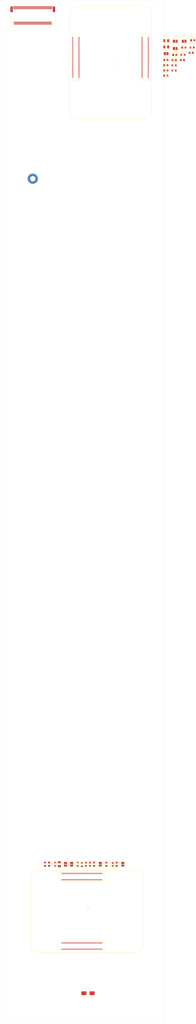
<source format=kicad_pcb>
(kicad_pcb (version 20171130) (host pcbnew 5.1.10)

  (general
    (thickness 1.6)
    (drawings 4)
    (tracks 0)
    (zones 0)
    (modules 40)
    (nets 39)
  )

  (page A4)
  (layers
    (0 F.Cu signal)
    (31 B.Cu signal)
    (32 B.Adhes user)
    (33 F.Adhes user)
    (34 B.Paste user)
    (35 F.Paste user)
    (36 B.SilkS user)
    (37 F.SilkS user)
    (38 B.Mask user)
    (39 F.Mask user)
    (40 Dwgs.User user)
    (41 Cmts.User user)
    (42 Eco1.User user)
    (43 Eco2.User user)
    (44 Edge.Cuts user)
    (45 Margin user)
    (46 B.CrtYd user)
    (47 F.CrtYd user)
    (48 B.Fab user)
    (49 F.Fab user hide)
  )

  (setup
    (last_trace_width 0.25)
    (trace_clearance 0.2)
    (zone_clearance 0.508)
    (zone_45_only no)
    (trace_min 0.2)
    (via_size 0.8)
    (via_drill 0.4)
    (via_min_size 0.4)
    (via_min_drill 0.3)
    (uvia_size 0.3)
    (uvia_drill 0.1)
    (uvias_allowed no)
    (uvia_min_size 0.2)
    (uvia_min_drill 0.1)
    (edge_width 0.05)
    (segment_width 0.2)
    (pcb_text_width 0.3)
    (pcb_text_size 1.5 1.5)
    (mod_edge_width 0.12)
    (mod_text_size 1 1)
    (mod_text_width 0.15)
    (pad_size 1.524 1.524)
    (pad_drill 0.762)
    (pad_to_mask_clearance 0)
    (aux_axis_origin 0 0)
    (visible_elements FFFFFF7F)
    (pcbplotparams
      (layerselection 0x010fc_ffffffff)
      (usegerberextensions false)
      (usegerberattributes true)
      (usegerberadvancedattributes true)
      (creategerberjobfile true)
      (excludeedgelayer true)
      (linewidth 0.100000)
      (plotframeref false)
      (viasonmask false)
      (mode 1)
      (useauxorigin false)
      (hpglpennumber 1)
      (hpglpenspeed 20)
      (hpglpendiameter 15.000000)
      (psnegative false)
      (psa4output false)
      (plotreference true)
      (plotvalue true)
      (plotinvisibletext false)
      (padsonsilk false)
      (subtractmaskfromsilk false)
      (outputformat 1)
      (mirror false)
      (drillshape 1)
      (scaleselection 1)
      (outputdirectory ""))
  )

  (net 0 "")
  (net 1 GND)
  (net 2 /mgm/5V)
  (net 3 /sheet613B6EED/5V)
  (net 4 /sheet613B6EED/3.3V)
  (net 5 /mgm/pi3.3)
  (net 6 "Net-(D8-Pad1)")
  (net 7 "Net-(D9-Pad1)")
  (net 8 "Net-(D10-Pad2)")
  (net 9 "Net-(D11-Pad2)")
  (net 10 "Net-(D12-Pad2)")
  (net 11 /sheet613B6EED/pi3.3)
  (net 12 "Net-(D19-Pad1)")
  (net 13 "Net-(D20-Pad1)")
  (net 14 "Net-(D21-Pad1)")
  (net 15 "Net-(D22-Pad2)")
  (net 16 "Net-(D23-Pad2)")
  (net 17 "Net-(D24-Pad2)")
  (net 18 "Net-(JP5-Pad2)")
  (net 19 "Net-(JP6-Pad2)")
  (net 20 "Net-(JP7-Pad2)")
  (net 21 "Net-(JP8-Pad2)")
  (net 22 "Net-(JP13-Pad2)")
  (net 23 "Net-(JP14-Pad2)")
  (net 24 "Net-(JP15-Pad2)")
  (net 25 "Net-(JP16-Pad2)")
  (net 26 "Net-(R7-Pad1)")
  (net 27 "Net-(R9-Pad1)")
  (net 28 "Net-(R10-Pad1)")
  (net 29 "Net-(R11-Pad1)")
  (net 30 "Net-(R18-Pad1)")
  (net 31 "Net-(R21-Pad1)")
  (net 32 "Net-(R22-Pad1)")
  (net 33 "Net-(R23-Pad1)")
  (net 34 "Net-(U2-PadMP)")
  (net 35 /sheet613B6EED/pcie_nrst)
  (net 36 /sheet613B6EED/pcie_clkreq)
  (net 37 /sheet613B6EED/pcie_clk+)
  (net 38 /sheet613B6EED/pcie_clk-)

  (net_class Default "This is the default net class."
    (clearance 0.2)
    (trace_width 0.25)
    (via_dia 0.8)
    (via_drill 0.4)
    (uvia_dia 0.3)
    (uvia_drill 0.1)
    (add_net +24V)
    (add_net /mgm/5V)
    (add_net /mgm/BOOT)
    (add_net /mgm/ETH0+)
    (add_net /mgm/ETH0-)
    (add_net /mgm/ETH1+)
    (add_net /mgm/ETH1-)
    (add_net /mgm/ETH2+)
    (add_net /mgm/ETH2-)
    (add_net /mgm/ETH3+)
    (add_net /mgm/ETH3-)
    (add_net /mgm/RX)
    (add_net /mgm/TX)
    (add_net /mgm/USB+)
    (add_net /mgm/USB-)
    (add_net /mgm/pi3.3)
    (add_net /sheet613B6EED/3.3V)
    (add_net /sheet613B6EED/5V)
    (add_net /sheet613B6EED/BOOT)
    (add_net /sheet613B6EED/ETH0+)
    (add_net /sheet613B6EED/ETH0-)
    (add_net /sheet613B6EED/ETH1+)
    (add_net /sheet613B6EED/ETH1-)
    (add_net /sheet613B6EED/ETH2+)
    (add_net /sheet613B6EED/ETH2-)
    (add_net /sheet613B6EED/ETH3+)
    (add_net /sheet613B6EED/ETH3-)
    (add_net /sheet613B6EED/RX)
    (add_net /sheet613B6EED/TX)
    (add_net /sheet613B6EED/USB+)
    (add_net /sheet613B6EED/USB-)
    (add_net /sheet613B6EED/pcie_clk+)
    (add_net /sheet613B6EED/pcie_clk-)
    (add_net /sheet613B6EED/pcie_clkreq)
    (add_net /sheet613B6EED/pcie_nrst)
    (add_net /sheet613B6EED/pi3.3)
    (add_net GND)
    (add_net "Net-(D10-Pad2)")
    (add_net "Net-(D11-Pad2)")
    (add_net "Net-(D12-Pad2)")
    (add_net "Net-(D19-Pad1)")
    (add_net "Net-(D20-Pad1)")
    (add_net "Net-(D21-Pad1)")
    (add_net "Net-(D22-Pad2)")
    (add_net "Net-(D23-Pad2)")
    (add_net "Net-(D24-Pad2)")
    (add_net "Net-(D8-Pad1)")
    (add_net "Net-(D9-Pad1)")
    (add_net "Net-(JP13-Pad2)")
    (add_net "Net-(JP14-Pad2)")
    (add_net "Net-(JP15-Pad2)")
    (add_net "Net-(JP16-Pad2)")
    (add_net "Net-(JP5-Pad2)")
    (add_net "Net-(JP6-Pad2)")
    (add_net "Net-(JP7-Pad2)")
    (add_net "Net-(JP8-Pad2)")
    (add_net "Net-(R10-Pad1)")
    (add_net "Net-(R11-Pad1)")
    (add_net "Net-(R18-Pad1)")
    (add_net "Net-(R21-Pad1)")
    (add_net "Net-(R22-Pad1)")
    (add_net "Net-(R23-Pad1)")
    (add_net "Net-(R7-Pad1)")
    (add_net "Net-(R9-Pad1)")
    (add_net "Net-(U1-Pad100)")
    (add_net "Net-(U1-Pad104)")
    (add_net "Net-(U1-Pad106)")
    (add_net "Net-(U1-Pad111)")
    (add_net "Net-(U1-Pad116)")
    (add_net "Net-(U1-Pad118)")
    (add_net "Net-(U1-Pad122)")
    (add_net "Net-(U1-Pad124)")
    (add_net "Net-(U1-Pad16)")
    (add_net "Net-(U1-Pad18)")
    (add_net "Net-(U1-Pad35)")
    (add_net "Net-(U1-Pad36)")
    (add_net "Net-(U1-Pad57)")
    (add_net "Net-(U1-Pad61)")
    (add_net "Net-(U1-Pad62)")
    (add_net "Net-(U1-Pad63)")
    (add_net "Net-(U1-Pad64)")
    (add_net "Net-(U1-Pad67)")
    (add_net "Net-(U1-Pad68)")
    (add_net "Net-(U1-Pad69)")
    (add_net "Net-(U1-Pad70)")
    (add_net "Net-(U1-Pad72)")
    (add_net "Net-(U1-Pad73)")
    (add_net "Net-(U1-Pad75)")
    (add_net "Net-(U1-Pad76)")
    (add_net "Net-(U1-Pad80)")
    (add_net "Net-(U1-Pad82)")
    (add_net "Net-(U1-Pad88)")
    (add_net "Net-(U1-Pad90)")
    (add_net "Net-(U1-Pad92)")
    (add_net "Net-(U1-Pad94)")
    (add_net "Net-(U1-Pad95)")
    (add_net "Net-(U1-Pad96)")
    (add_net "Net-(U1-Pad99)")
    (add_net "Net-(U2-Pad1)")
    (add_net "Net-(U2-Pad10)")
    (add_net "Net-(U2-Pad11)")
    (add_net "Net-(U2-Pad13)")
    (add_net "Net-(U2-Pad15)")
    (add_net "Net-(U2-Pad17)")
    (add_net "Net-(U2-Pad19)")
    (add_net "Net-(U2-Pad20)")
    (add_net "Net-(U2-Pad21)")
    (add_net "Net-(U2-Pad22)")
    (add_net "Net-(U2-Pad23)")
    (add_net "Net-(U2-Pad24)")
    (add_net "Net-(U2-Pad25)")
    (add_net "Net-(U2-Pad26)")
    (add_net "Net-(U2-Pad27)")
    (add_net "Net-(U2-Pad28)")
    (add_net "Net-(U2-Pad29)")
    (add_net "Net-(U2-Pad3)")
    (add_net "Net-(U2-Pad30)")
    (add_net "Net-(U2-Pad31)")
    (add_net "Net-(U2-Pad32)")
    (add_net "Net-(U2-Pad33)")
    (add_net "Net-(U2-Pad34)")
    (add_net "Net-(U2-Pad35)")
    (add_net "Net-(U2-Pad36)")
    (add_net "Net-(U2-Pad37)")
    (add_net "Net-(U2-Pad38)")
    (add_net "Net-(U2-Pad39)")
    (add_net "Net-(U2-Pad40)")
    (add_net "Net-(U2-Pad41)")
    (add_net "Net-(U2-Pad42)")
    (add_net "Net-(U2-Pad43)")
    (add_net "Net-(U2-Pad44)")
    (add_net "Net-(U2-Pad45)")
    (add_net "Net-(U2-Pad46)")
    (add_net "Net-(U2-Pad47)")
    (add_net "Net-(U2-Pad48)")
    (add_net "Net-(U2-Pad49)")
    (add_net "Net-(U2-Pad5)")
    (add_net "Net-(U2-Pad51)")
    (add_net "Net-(U2-Pad54)")
    (add_net "Net-(U2-Pad56)")
    (add_net "Net-(U2-Pad57)")
    (add_net "Net-(U2-Pad58)")
    (add_net "Net-(U2-Pad6)")
    (add_net "Net-(U2-Pad67)")
    (add_net "Net-(U2-Pad68)")
    (add_net "Net-(U2-Pad69)")
    (add_net "Net-(U2-Pad7)")
    (add_net "Net-(U2-Pad70)")
    (add_net "Net-(U2-Pad71)")
    (add_net "Net-(U2-Pad72)")
    (add_net "Net-(U2-Pad73)")
    (add_net "Net-(U2-Pad74)")
    (add_net "Net-(U2-Pad75)")
    (add_net "Net-(U2-Pad8)")
    (add_net "Net-(U2-Pad9)")
    (add_net "Net-(U2-PadMP)")
    (add_net "Net-(U3-Pad100)")
    (add_net "Net-(U3-Pad104)")
    (add_net "Net-(U3-Pad106)")
    (add_net "Net-(U3-Pad111)")
    (add_net "Net-(U3-Pad16)")
    (add_net "Net-(U3-Pad18)")
    (add_net "Net-(U3-Pad35)")
    (add_net "Net-(U3-Pad36)")
    (add_net "Net-(U3-Pad76)")
    (add_net "Net-(U3-Pad80)")
    (add_net "Net-(U3-Pad82)")
    (add_net "Net-(U3-Pad88)")
    (add_net "Net-(U3-Pad90)")
    (add_net "Net-(U3-Pad92)")
    (add_net "Net-(U3-Pad94)")
    (add_net "Net-(U3-Pad95)")
    (add_net "Net-(U3-Pad96)")
    (add_net "Net-(U3-Pad99)")
  )

  (module dg_connectors:m.2_pcie_nvme (layer F.Cu) (tedit 610D14E1) (tstamp 610F0A32)
    (at 16 9)
    (path /613B6EFF/614CAE0E)
    (attr smd)
    (fp_text reference U2 (at 0 1 180) (layer F.Fab)
      (effects (font (size 0.6 0.6) (thickness 0.1)))
    )
    (fp_text value m.2_pcie_nvme (at 0 0 180) (layer F.Fab)
      (effects (font (size 0.6 0.5) (thickness 0.1)))
    )
    (fp_line (start -10.95 -5.25) (end 10.95 -5.25) (layer F.Fab) (width 0.05))
    (fp_line (start -10.95 -4.75) (end -10.45 -5.25) (layer F.Fab) (width 0.05))
    (fp_line (start -9.75 2.25) (end 9.75 2.25) (layer F.Fab) (width 0.05))
    (fp_line (start 10.95 1.05) (end 10.95 -5.25) (layer F.Fab) (width 0.05))
    (fp_line (start -10.95 -5.25) (end -10.95 1.05) (layer F.Fab) (width 0.05))
    (fp_line (start -11.25 3.25) (end -11.25 1.25) (layer F.CrtYd) (width 0.05))
    (fp_line (start 11.25 3.25) (end -11.25 3.25) (layer F.CrtYd) (width 0.05))
    (fp_line (start 11.25 1.25) (end 11.25 3.25) (layer F.CrtYd) (width 0.05))
    (fp_line (start -9.75 2.25) (end -10.95 2.25) (layer F.SilkS) (width 0.15))
    (fp_line (start -10.95 2.25) (end -10.95 1.05) (layer F.SilkS) (width 0.15))
    (fp_line (start -9.3 2.25) (end -9.75 2.25) (layer F.SilkS) (width 0.15))
    (fp_line (start 9.75 2.25) (end 9.3 2.25) (layer F.SilkS) (width 0.15))
    (fp_line (start 10.95 1.05) (end 10.95 2.25) (layer F.SilkS) (width 0.15))
    (fp_line (start 10.95 2.25) (end 9.75 2.25) (layer F.SilkS) (width 0.15))
    (fp_line (start -10.95 1.05) (end -10.95 -2.95) (layer F.SilkS) (width 0.15))
    (fp_line (start 10.95 1.05) (end 10.95 -2.95) (layer F.SilkS) (width 0.15))
    (fp_line (start -9.55 -6.2) (end -9 -6.2) (layer F.SilkS) (width 0.15))
    (fp_line (start -9.55 -5.25) (end -9.55 -6.2) (layer F.SilkS) (width 0.15))
    (fp_line (start 11.25 -6.25) (end 11.25 1.25) (layer F.CrtYd) (width 0.05))
    (fp_line (start -11.25 1.25) (end -11.25 -6.25) (layer F.CrtYd) (width 0.05))
    (fp_line (start -11.25 -6.25) (end 11.25 -6.25) (layer F.CrtYd) (width 0.05))
    (pad 76 thru_hole circle (at 0 78.25) (size 5 5) (drill 2.6) (layers *.Cu *.Mask))
    (pad MP smd rect (at 10.35 -4.5) (size 1.2 2.75) (layers F.Cu F.Paste F.Mask)
      (net 34 "Net-(U2-PadMP)"))
    (pad MP smd rect (at -10.35 -4.5) (size 1.2 2.75) (layers F.Cu F.Paste F.Mask)
      (net 34 "Net-(U2-PadMP)"))
    (pad "" np_thru_hole circle (at 10 0) (size 1.6 1.6) (drill 1.6) (layers *.Cu))
    (pad "" np_thru_hole circle (at -10 0) (size 1.1 1.1) (drill 1.1) (layers *.Cu))
    (pad 75 smd rect (at 9.25 -5.275) (size 0.3 1.55) (layers F.Cu F.Paste F.Mask))
    (pad 74 smd rect (at 9 2.275) (size 0.3 1.55) (layers F.Cu F.Paste F.Mask))
    (pad 73 smd rect (at 8.75 -5.275) (size 0.3 1.55) (layers F.Cu F.Paste F.Mask))
    (pad 72 smd rect (at 8.5 2.275) (size 0.3 1.55) (layers F.Cu F.Paste F.Mask))
    (pad 71 smd rect (at 8.25 -5.275) (size 0.3 1.55) (layers F.Cu F.Paste F.Mask))
    (pad 70 smd rect (at 8 2.275) (size 0.3 1.55) (layers F.Cu F.Paste F.Mask))
    (pad 69 smd rect (at 7.75 -5.275) (size 0.3 1.55) (layers F.Cu F.Paste F.Mask))
    (pad 68 smd rect (at 7.5 2.275) (size 0.3 1.55) (layers F.Cu F.Paste F.Mask))
    (pad 67 smd rect (at 7.25 -5.275) (size 0.3 1.55) (layers F.Cu F.Paste F.Mask))
    (pad 66 smd rect (at 7 2.275) (size 0.3 1.55) (layers F.Cu F.Paste F.Mask))
    (pad 65 smd rect (at 6.75 -5.275) (size 0.3 1.55) (layers F.Cu F.Paste F.Mask))
    (pad 64 smd rect (at 6.5 2.275) (size 0.3 1.55) (layers F.Cu F.Paste F.Mask))
    (pad 63 smd rect (at 6.25 -5.275) (size 0.3 1.55) (layers F.Cu F.Paste F.Mask))
    (pad 62 smd rect (at 6 2.275) (size 0.3 1.55) (layers F.Cu F.Paste F.Mask))
    (pad 61 smd rect (at 5.75 -5.275) (size 0.3 1.55) (layers F.Cu F.Paste F.Mask))
    (pad 60 smd rect (at 5.5 2.275) (size 0.3 1.55) (layers F.Cu F.Paste F.Mask))
    (pad 59 smd rect (at 5.25 -5.275) (size 0.3 1.55) (layers F.Cu F.Paste F.Mask))
    (pad 58 smd rect (at 5 2.275) (size 0.3 1.55) (layers F.Cu F.Paste F.Mask))
    (pad 57 smd rect (at 4.75 -5.275) (size 0.3 1.55) (layers F.Cu F.Paste F.Mask))
    (pad 56 smd rect (at 4.5 2.275) (size 0.3 1.55) (layers F.Cu F.Paste F.Mask))
    (pad 55 smd rect (at 4.25 -5.275) (size 0.3 1.55) (layers F.Cu F.Paste F.Mask)
      (net 37 /sheet613B6EED/pcie_clk+))
    (pad 54 smd rect (at 4 2.275) (size 0.3 1.55) (layers F.Cu F.Paste F.Mask))
    (pad 53 smd rect (at 3.75 -5.275) (size 0.3 1.55) (layers F.Cu F.Paste F.Mask)
      (net 38 /sheet613B6EED/pcie_clk-))
    (pad 52 smd rect (at 3.5 2.275) (size 0.3 1.55) (layers F.Cu F.Paste F.Mask)
      (net 36 /sheet613B6EED/pcie_clkreq))
    (pad 51 smd rect (at 3.25 -5.275) (size 0.3 1.55) (layers F.Cu F.Paste F.Mask))
    (pad 50 smd rect (at 3 2.275) (size 0.3 1.55) (layers F.Cu F.Paste F.Mask)
      (net 35 /sheet613B6EED/pcie_nrst))
    (pad 49 smd rect (at 2.75 -5.275) (size 0.3 1.55) (layers F.Cu F.Paste F.Mask))
    (pad 48 smd rect (at 2.5 2.275) (size 0.3 1.55) (layers F.Cu F.Paste F.Mask))
    (pad 47 smd rect (at 2.25 -5.275) (size 0.3 1.55) (layers F.Cu F.Paste F.Mask))
    (pad 46 smd rect (at 2 2.275) (size 0.3 1.55) (layers F.Cu F.Paste F.Mask))
    (pad 45 smd rect (at 1.75 -5.275) (size 0.3 1.55) (layers F.Cu F.Paste F.Mask))
    (pad 44 smd rect (at 1.5 2.275) (size 0.3 1.55) (layers F.Cu F.Paste F.Mask))
    (pad 43 smd rect (at 1.25 -5.275) (size 0.3 1.55) (layers F.Cu F.Paste F.Mask))
    (pad 42 smd rect (at 1 2.275) (size 0.3 1.55) (layers F.Cu F.Paste F.Mask))
    (pad 41 smd rect (at 0.75 -5.275) (size 0.3 1.55) (layers F.Cu F.Paste F.Mask))
    (pad 40 smd rect (at 0.5 2.275) (size 0.3 1.55) (layers F.Cu F.Paste F.Mask))
    (pad 39 smd rect (at 0.25 -5.275) (size 0.3 1.55) (layers F.Cu F.Paste F.Mask))
    (pad 38 smd rect (at 0 2.275) (size 0.3 1.55) (layers F.Cu F.Paste F.Mask))
    (pad 37 smd rect (at -0.25 -5.275) (size 0.3 1.55) (layers F.Cu F.Paste F.Mask))
    (pad 36 smd rect (at -0.5 2.275) (size 0.3 1.55) (layers F.Cu F.Paste F.Mask))
    (pad 35 smd rect (at -0.75 -5.275) (size 0.3 1.55) (layers F.Cu F.Paste F.Mask))
    (pad 34 smd rect (at -1 2.275) (size 0.3 1.55) (layers F.Cu F.Paste F.Mask))
    (pad 33 smd rect (at -1.25 -5.275) (size 0.3 1.55) (layers F.Cu F.Paste F.Mask))
    (pad 32 smd rect (at -1.5 2.275) (size 0.3 1.55) (layers F.Cu F.Paste F.Mask))
    (pad 31 smd rect (at -1.75 -5.275) (size 0.3 1.55) (layers F.Cu F.Paste F.Mask))
    (pad 30 smd rect (at -2 2.275) (size 0.3 1.55) (layers F.Cu F.Paste F.Mask))
    (pad 29 smd rect (at -2.25 -5.275) (size 0.3 1.55) (layers F.Cu F.Paste F.Mask))
    (pad 28 smd rect (at -2.5 2.275) (size 0.3 1.55) (layers F.Cu F.Paste F.Mask))
    (pad 27 smd rect (at -2.75 -5.275) (size 0.3 1.55) (layers F.Cu F.Paste F.Mask))
    (pad 26 smd rect (at -3 2.275) (size 0.3 1.55) (layers F.Cu F.Paste F.Mask))
    (pad 25 smd rect (at -3.25 -5.275) (size 0.3 1.55) (layers F.Cu F.Paste F.Mask))
    (pad 24 smd rect (at -3.5 2.275) (size 0.3 1.55) (layers F.Cu F.Paste F.Mask))
    (pad 23 smd rect (at -3.75 -5.275) (size 0.3 1.55) (layers F.Cu F.Paste F.Mask))
    (pad 22 smd rect (at -4 2.275) (size 0.3 1.55) (layers F.Cu F.Paste F.Mask))
    (pad 21 smd rect (at -4.25 -5.275) (size 0.3 1.55) (layers F.Cu F.Paste F.Mask))
    (pad 20 smd rect (at -4.5 2.275) (size 0.3 1.55) (layers F.Cu F.Paste F.Mask))
    (pad 11 smd rect (at -6.75 -5.275) (size 0.3 1.55) (layers F.Cu F.Paste F.Mask))
    (pad 10 smd rect (at -7 2.275) (size 0.3 1.55) (layers F.Cu F.Paste F.Mask))
    (pad 9 smd rect (at -7.25 -5.275) (size 0.3 1.55) (layers F.Cu F.Paste F.Mask))
    (pad 8 smd rect (at -7.5 2.275) (size 0.3 1.55) (layers F.Cu F.Paste F.Mask))
    (pad 7 smd rect (at -7.75 -5.275) (size 0.3 1.55) (layers F.Cu F.Paste F.Mask))
    (pad 6 smd rect (at -8 2.275) (size 0.3 1.55) (layers F.Cu F.Paste F.Mask))
    (pad 5 smd rect (at -8.25 -5.275) (size 0.3 1.55) (layers F.Cu F.Paste F.Mask))
    (pad 4 smd rect (at -8.5 2.275) (size 0.3 1.55) (layers F.Cu F.Paste F.Mask)
      (net 4 /sheet613B6EED/3.3V))
    (pad 3 smd rect (at -8.75 -5.275) (size 0.3 1.55) (layers F.Cu F.Paste F.Mask))
    (pad 2 smd rect (at -9 2.275) (size 0.3 1.55) (layers F.Cu F.Paste F.Mask)
      (net 4 /sheet613B6EED/3.3V))
    (pad 1 smd rect (at -9.25 -5.275) (size 0.3 1.55) (layers F.Cu F.Paste F.Mask))
    (pad 12 smd rect (at -6.5 2.275) (size 0.3 1.55) (layers F.Cu F.Paste F.Mask)
      (net 4 /sheet613B6EED/3.3V))
    (pad 14 smd rect (at -6 2.275) (size 0.3 1.55) (layers F.Cu F.Paste F.Mask)
      (net 4 /sheet613B6EED/3.3V))
    (pad 16 smd rect (at -5.5 2.275) (size 0.3 1.55) (layers F.Cu F.Paste F.Mask)
      (net 4 /sheet613B6EED/3.3V))
    (pad 18 smd rect (at -5 2.275) (size 0.3 1.55) (layers F.Cu F.Paste F.Mask)
      (net 4 /sheet613B6EED/3.3V))
    (pad 13 smd rect (at -6.25 -5.275) (size 0.3 1.55) (layers F.Cu F.Paste F.Mask))
    (pad 15 smd rect (at -5.75 -5.275) (size 0.3 1.55) (layers F.Cu F.Paste F.Mask))
    (pad 17 smd rect (at -5.25 -5.275) (size 0.3 1.55) (layers F.Cu F.Paste F.Mask))
    (pad 19 smd rect (at -4.75 -5.275) (size 0.3 1.55) (layers F.Cu F.Paste F.Mask))
    (model ${DGLIB}/3d/amphenol/MDT420M02001.step
      (offset (xyz -11 1.65 0))
      (scale (xyz 1 1 1))
      (rotate (xyz -90 0 90))
    )
    (model ${DGLIB}/3d/M2_2280_SSD.STEP
      (offset (xyz 0 -38 2.5))
      (scale (xyz 1 1 1))
      (rotate (xyz 0 0 90))
    )
  )

  (module dg_rpi:rpi_cm4 (layer F.Cu) (tedit 610D0A12) (tstamp 610F42E2)
    (at 74 58 90)
    (path /613B6EFF/610EBDD6)
    (attr smd)
    (fp_text reference U1 (at 26.87 -18.89 90) (layer F.SilkS)
      (effects (font (size 1 1) (thickness 0.15)))
    )
    (fp_text value rpi_cm4 (at 27.52 -21.23 90) (layer F.Fab)
      (effects (font (size 1 1) (thickness 0.15)))
    )
    (fp_line (start 18.61 -4.93) (end 41.41 -4.93) (layer F.SilkS) (width 0.12))
    (fp_line (start 41.41 -4.93) (end 41.41 -1.15) (layer F.SilkS) (width 0.12))
    (fp_line (start 18.61 -1.15) (end 41.41 -1.15) (layer F.SilkS) (width 0.12))
    (fp_line (start 18.61 -4.93) (end 18.61 -1.15) (layer F.SilkS) (width 0.12))
    (fp_line (start 0 -37) (end 0 -3) (layer F.SilkS) (width 0.12))
    (fp_line (start 3 -40) (end 52 -40) (layer F.SilkS) (width 0.12))
    (fp_line (start 55 -37) (end 55 -3) (layer F.SilkS) (width 0.12))
    (fp_line (start 3 0) (end 52 0) (layer F.SilkS) (width 0.12))
    (fp_line (start 18.61 -38.85) (end 18.61 -35.07) (layer F.SilkS) (width 0.12))
    (fp_line (start 18.61 -35.07) (end 41.41 -35.07) (layer F.SilkS) (width 0.12))
    (fp_line (start 41.41 -38.85) (end 41.41 -35.07) (layer F.SilkS) (width 0.12))
    (fp_line (start 18.61 -38.85) (end 41.41 -38.85) (layer F.SilkS) (width 0.12))
    (fp_arc (start 52 -37) (end 55 -37) (angle -90) (layer F.SilkS) (width 0.12))
    (fp_arc (start 52 -3) (end 52 0) (angle -90) (layer F.SilkS) (width 0.12))
    (fp_arc (start 3 -3) (end 0 -3) (angle -90) (layer F.SilkS) (width 0.12))
    (fp_arc (start 3 -37) (end 3 -40) (angle -90) (layer F.SilkS) (width 0.12))
    (pad 100 smd rect (at 39.81 -4.58 90) (size 0.2 0.7) (layers F.Cu F.Paste F.Mask))
    (pad 99 smd rect (at 39.81 -1.5 90) (size 0.2 0.7) (layers F.Cu F.Paste F.Mask))
    (pad 98 smd rect (at 39.41 -4.58 90) (size 0.2 0.7) (layers F.Cu F.Paste F.Mask)
      (net 1 GND))
    (pad 97 smd rect (at 39.41 -1.5 90) (size 0.2 0.7) (layers F.Cu F.Paste F.Mask))
    (pad 96 smd rect (at 39.01 -4.58 90) (size 0.2 0.7) (layers F.Cu F.Paste F.Mask))
    (pad 95 smd rect (at 39.01 -1.5 90) (size 0.2 0.7) (layers F.Cu F.Paste F.Mask))
    (pad 94 smd rect (at 38.61 -4.58 90) (size 0.2 0.7) (layers F.Cu F.Paste F.Mask))
    (pad 93 smd rect (at 38.61 -1.5 90) (size 0.2 0.7) (layers F.Cu F.Paste F.Mask))
    (pad 92 smd rect (at 38.21 -4.58 90) (size 0.2 0.7) (layers F.Cu F.Paste F.Mask))
    (pad 91 smd rect (at 38.21 -1.5 90) (size 0.2 0.7) (layers F.Cu F.Paste F.Mask)
      (net 22 "Net-(JP13-Pad2)"))
    (pad 90 smd rect (at 37.81 -4.58 90) (size 0.2 0.7) (layers F.Cu F.Paste F.Mask))
    (pad 89 smd rect (at 37.81 -1.5 90) (size 0.2 0.7) (layers F.Cu F.Paste F.Mask)
      (net 23 "Net-(JP14-Pad2)"))
    (pad 88 smd rect (at 37.41 -4.58 90) (size 0.2 0.7) (layers F.Cu F.Paste F.Mask))
    (pad 87 smd rect (at 37.41 -1.5 90) (size 0.2 0.7) (layers F.Cu F.Paste F.Mask)
      (net 3 /sheet613B6EED/5V))
    (pad 86 smd rect (at 37.01 -4.58 90) (size 0.2 0.7) (layers F.Cu F.Paste F.Mask)
      (net 11 /sheet613B6EED/pi3.3))
    (pad 85 smd rect (at 37.01 -1.5 90) (size 0.2 0.7) (layers F.Cu F.Paste F.Mask)
      (net 3 /sheet613B6EED/5V))
    (pad 84 smd rect (at 36.61 -4.58 90) (size 0.2 0.7) (layers F.Cu F.Paste F.Mask)
      (net 11 /sheet613B6EED/pi3.3))
    (pad 83 smd rect (at 36.61 -1.5 90) (size 0.2 0.7) (layers F.Cu F.Paste F.Mask)
      (net 3 /sheet613B6EED/5V))
    (pad 82 smd rect (at 36.21 -4.58 90) (size 0.2 0.7) (layers F.Cu F.Paste F.Mask))
    (pad 81 smd rect (at 36.21 -1.5 90) (size 0.2 0.7) (layers F.Cu F.Paste F.Mask)
      (net 3 /sheet613B6EED/5V))
    (pad 80 smd rect (at 35.81 -4.58 90) (size 0.2 0.7) (layers F.Cu F.Paste F.Mask))
    (pad 79 smd rect (at 35.81 -1.5 90) (size 0.2 0.7) (layers F.Cu F.Paste F.Mask)
      (net 3 /sheet613B6EED/5V))
    (pad 78 smd rect (at 35.41 -4.58 90) (size 0.2 0.7) (layers F.Cu F.Paste F.Mask)
      (net 11 /sheet613B6EED/pi3.3))
    (pad 77 smd rect (at 35.41 -1.5 90) (size 0.2 0.7) (layers F.Cu F.Paste F.Mask)
      (net 3 /sheet613B6EED/5V))
    (pad 76 smd rect (at 35.01 -4.58 90) (size 0.2 0.7) (layers F.Cu F.Paste F.Mask))
    (pad 75 smd rect (at 35.01 -1.5 90) (size 0.2 0.7) (layers F.Cu F.Paste F.Mask))
    (pad 74 smd rect (at 34.61 -4.58 90) (size 0.2 0.7) (layers F.Cu F.Paste F.Mask)
      (net 1 GND))
    (pad 73 smd rect (at 34.61 -1.5 90) (size 0.2 0.7) (layers F.Cu F.Paste F.Mask))
    (pad 72 smd rect (at 34.21 -4.58 90) (size 0.2 0.7) (layers F.Cu F.Paste F.Mask))
    (pad 71 smd rect (at 34.21 -1.5 90) (size 0.2 0.7) (layers F.Cu F.Paste F.Mask)
      (net 1 GND))
    (pad 70 smd rect (at 33.81 -4.58 90) (size 0.2 0.7) (layers F.Cu F.Paste F.Mask))
    (pad 69 smd rect (at 33.81 -1.5 90) (size 0.2 0.7) (layers F.Cu F.Paste F.Mask))
    (pad 68 smd rect (at 33.41 -4.58 90) (size 0.2 0.7) (layers F.Cu F.Paste F.Mask))
    (pad 67 smd rect (at 33.41 -1.5 90) (size 0.2 0.7) (layers F.Cu F.Paste F.Mask))
    (pad 66 smd rect (at 33.01 -4.58 90) (size 0.2 0.7) (layers F.Cu F.Paste F.Mask)
      (net 1 GND))
    (pad 65 smd rect (at 33.01 -1.5 90) (size 0.2 0.7) (layers F.Cu F.Paste F.Mask)
      (net 1 GND))
    (pad 64 smd rect (at 32.61 -4.58 90) (size 0.2 0.7) (layers F.Cu F.Paste F.Mask))
    (pad 63 smd rect (at 32.61 -1.5 90) (size 0.2 0.7) (layers F.Cu F.Paste F.Mask))
    (pad 62 smd rect (at 32.21 -4.58 90) (size 0.2 0.7) (layers F.Cu F.Paste F.Mask))
    (pad 61 smd rect (at 32.21 -1.5 90) (size 0.2 0.7) (layers F.Cu F.Paste F.Mask))
    (pad 60 smd rect (at 31.81 -4.58 90) (size 0.2 0.7) (layers F.Cu F.Paste F.Mask)
      (net 1 GND))
    (pad 59 smd rect (at 31.81 -1.5 90) (size 0.2 0.7) (layers F.Cu F.Paste F.Mask)
      (net 1 GND))
    (pad 58 smd rect (at 31.41 -4.58 90) (size 0.2 0.7) (layers F.Cu F.Paste F.Mask))
    (pad 57 smd rect (at 31.41 -1.5 90) (size 0.2 0.7) (layers F.Cu F.Paste F.Mask))
    (pad 56 smd rect (at 31.01 -4.58 90) (size 0.2 0.7) (layers F.Cu F.Paste F.Mask))
    (pad 55 smd rect (at 31.01 -1.5 90) (size 0.2 0.7) (layers F.Cu F.Paste F.Mask))
    (pad 54 smd rect (at 30.61 -4.58 90) (size 0.2 0.7) (layers F.Cu F.Paste F.Mask))
    (pad 53 smd rect (at 30.61 -1.5 90) (size 0.2 0.7) (layers F.Cu F.Paste F.Mask)
      (net 1 GND))
    (pad 52 smd rect (at 30.21 -4.58 90) (size 0.2 0.7) (layers F.Cu F.Paste F.Mask)
      (net 1 GND))
    (pad 51 smd rect (at 30.21 -1.5 90) (size 0.2 0.7) (layers F.Cu F.Paste F.Mask))
    (pad 50 smd rect (at 29.81 -4.58 90) (size 0.2 0.7) (layers F.Cu F.Paste F.Mask))
    (pad 49 smd rect (at 29.81 -1.5 90) (size 0.2 0.7) (layers F.Cu F.Paste F.Mask))
    (pad 48 smd rect (at 29.41 -4.58 90) (size 0.2 0.7) (layers F.Cu F.Paste F.Mask))
    (pad 47 smd rect (at 29.41 -1.5 90) (size 0.2 0.7) (layers F.Cu F.Paste F.Mask))
    (pad 46 smd rect (at 29.01 -4.58 90) (size 0.2 0.7) (layers F.Cu F.Paste F.Mask))
    (pad 45 smd rect (at 29.01 -1.5 90) (size 0.2 0.7) (layers F.Cu F.Paste F.Mask))
    (pad 44 smd rect (at 28.61 -4.58 90) (size 0.2 0.7) (layers F.Cu F.Paste F.Mask))
    (pad 43 smd rect (at 28.61 -1.5 90) (size 0.2 0.7) (layers F.Cu F.Paste F.Mask)
      (net 1 GND))
    (pad 42 smd rect (at 28.21 -4.58 90) (size 0.2 0.7) (layers F.Cu F.Paste F.Mask)
      (net 1 GND))
    (pad 41 smd rect (at 28.21 -1.5 90) (size 0.2 0.7) (layers F.Cu F.Paste F.Mask))
    (pad 40 smd rect (at 27.81 -4.58 90) (size 0.2 0.7) (layers F.Cu F.Paste F.Mask))
    (pad 39 smd rect (at 27.81 -1.5 90) (size 0.2 0.7) (layers F.Cu F.Paste F.Mask))
    (pad 38 smd rect (at 27.41 -4.58 90) (size 0.2 0.7) (layers F.Cu F.Paste F.Mask))
    (pad 37 smd rect (at 27.41 -1.5 90) (size 0.2 0.7) (layers F.Cu F.Paste F.Mask))
    (pad 36 smd rect (at 27.01 -4.58 90) (size 0.2 0.7) (layers F.Cu F.Paste F.Mask))
    (pad 35 smd rect (at 27.01 -1.5 90) (size 0.2 0.7) (layers F.Cu F.Paste F.Mask))
    (pad 34 smd rect (at 26.61 -4.58 90) (size 0.2 0.7) (layers F.Cu F.Paste F.Mask))
    (pad 33 smd rect (at 26.61 -1.5 90) (size 0.2 0.7) (layers F.Cu F.Paste F.Mask)
      (net 1 GND))
    (pad 32 smd rect (at 26.21 -4.58 90) (size 0.2 0.7) (layers F.Cu F.Paste F.Mask)
      (net 1 GND))
    (pad 31 smd rect (at 26.21 -1.5 90) (size 0.2 0.7) (layers F.Cu F.Paste F.Mask))
    (pad 30 smd rect (at 25.81 -4.58 90) (size 0.2 0.7) (layers F.Cu F.Paste F.Mask))
    (pad 29 smd rect (at 25.81 -1.5 90) (size 0.2 0.7) (layers F.Cu F.Paste F.Mask))
    (pad 28 smd rect (at 25.41 -4.58 90) (size 0.2 0.7) (layers F.Cu F.Paste F.Mask))
    (pad 27 smd rect (at 25.41 -1.5 90) (size 0.2 0.7) (layers F.Cu F.Paste F.Mask))
    (pad 26 smd rect (at 25.01 -4.58 90) (size 0.2 0.7) (layers F.Cu F.Paste F.Mask))
    (pad 25 smd rect (at 25.01 -1.5 90) (size 0.2 0.7) (layers F.Cu F.Paste F.Mask))
    (pad 24 smd rect (at 24.61 -4.58 90) (size 0.2 0.7) (layers F.Cu F.Paste F.Mask))
    (pad 23 smd rect (at 24.61 -1.5 90) (size 0.2 0.7) (layers F.Cu F.Paste F.Mask)
      (net 1 GND))
    (pad 22 smd rect (at 24.21 -4.58 90) (size 0.2 0.7) (layers F.Cu F.Paste F.Mask)
      (net 1 GND))
    (pad 21 smd rect (at 24.21 -1.5 90) (size 0.2 0.7) (layers F.Cu F.Paste F.Mask)
      (net 30 "Net-(R18-Pad1)"))
    (pad 20 smd rect (at 23.81 -4.58 90) (size 0.2 0.7) (layers F.Cu F.Paste F.Mask)
      (net 24 "Net-(JP15-Pad2)"))
    (pad 19 smd rect (at 23.81 -1.5 90) (size 0.2 0.7) (layers F.Cu F.Paste F.Mask)
      (net 31 "Net-(R21-Pad1)"))
    (pad 18 smd rect (at 23.41 -4.58 90) (size 0.2 0.7) (layers F.Cu F.Paste F.Mask))
    (pad 17 smd rect (at 23.41 -1.5 90) (size 0.2 0.7) (layers F.Cu F.Paste F.Mask)
      (net 32 "Net-(R22-Pad1)"))
    (pad 16 smd rect (at 23.01 -4.58 90) (size 0.2 0.7) (layers F.Cu F.Paste F.Mask))
    (pad 15 smd rect (at 23.01 -1.5 90) (size 0.2 0.7) (layers F.Cu F.Paste F.Mask)
      (net 33 "Net-(R23-Pad1)"))
    (pad 14 smd rect (at 22.61 -4.58 90) (size 0.2 0.7) (layers F.Cu F.Paste F.Mask)
      (net 1 GND))
    (pad 13 smd rect (at 22.61 -1.5 90) (size 0.2 0.7) (layers F.Cu F.Paste F.Mask)
      (net 1 GND))
    (pad 12 smd rect (at 22.21 -4.58 90) (size 0.2 0.7) (layers F.Cu F.Paste F.Mask))
    (pad 11 smd rect (at 22.21 -1.5 90) (size 0.2 0.7) (layers F.Cu F.Paste F.Mask))
    (pad 10 smd rect (at 21.81 -4.58 90) (size 0.2 0.7) (layers F.Cu F.Paste F.Mask))
    (pad 9 smd rect (at 21.81 -1.5 90) (size 0.2 0.7) (layers F.Cu F.Paste F.Mask))
    (pad 8 smd rect (at 21.41 -4.58 90) (size 0.2 0.7) (layers F.Cu F.Paste F.Mask)
      (net 1 GND))
    (pad 7 smd rect (at 21.41 -1.5 90) (size 0.2 0.7) (layers F.Cu F.Paste F.Mask)
      (net 1 GND))
    (pad 6 smd rect (at 21.01 -4.58 90) (size 0.2 0.7) (layers F.Cu F.Paste F.Mask))
    (pad 5 smd rect (at 21.01 -1.5 90) (size 0.2 0.7) (layers F.Cu F.Paste F.Mask))
    (pad 4 smd rect (at 20.61 -4.58 90) (size 0.2 0.7) (layers F.Cu F.Paste F.Mask))
    (pad 3 smd rect (at 20.61 -1.5 90) (size 0.2 0.7) (layers F.Cu F.Paste F.Mask))
    (pad 2 smd rect (at 20.21 -4.58 90) (size 0.2 0.7) (layers F.Cu F.Paste F.Mask)
      (net 1 GND))
    (pad 1 smd rect (at 20.21 -1.5 90) (size 0.2 0.7) (layers F.Cu F.Paste F.Mask)
      (net 1 GND))
    (pad 199 smd rect (at 39.81 -35.42 90) (size 0.2 0.7) (layers F.Cu F.Paste F.Mask))
    (pad 197 smd rect (at 39.41 -35.42 90) (size 0.2 0.7) (layers F.Cu F.Paste F.Mask)
      (net 1 GND))
    (pad 195 smd rect (at 39.01 -35.42 90) (size 0.2 0.7) (layers F.Cu F.Paste F.Mask))
    (pad 193 smd rect (at 38.61 -35.42 90) (size 0.2 0.7) (layers F.Cu F.Paste F.Mask))
    (pad 191 smd rect (at 38.21 -35.42 90) (size 0.2 0.7) (layers F.Cu F.Paste F.Mask)
      (net 1 GND))
    (pad 189 smd rect (at 37.81 -35.42 90) (size 0.2 0.7) (layers F.Cu F.Paste F.Mask))
    (pad 187 smd rect (at 37.41 -35.42 90) (size 0.2 0.7) (layers F.Cu F.Paste F.Mask))
    (pad 185 smd rect (at 37.01 -35.42 90) (size 0.2 0.7) (layers F.Cu F.Paste F.Mask)
      (net 1 GND))
    (pad 183 smd rect (at 36.61 -35.42 90) (size 0.2 0.7) (layers F.Cu F.Paste F.Mask))
    (pad 181 smd rect (at 36.21 -35.42 90) (size 0.2 0.7) (layers F.Cu F.Paste F.Mask))
    (pad 179 smd rect (at 35.81 -35.42 90) (size 0.2 0.7) (layers F.Cu F.Paste F.Mask)
      (net 1 GND))
    (pad 177 smd rect (at 35.41 -35.42 90) (size 0.2 0.7) (layers F.Cu F.Paste F.Mask))
    (pad 175 smd rect (at 35.01 -35.42 90) (size 0.2 0.7) (layers F.Cu F.Paste F.Mask))
    (pad 173 smd rect (at 34.61 -35.42 90) (size 0.2 0.7) (layers F.Cu F.Paste F.Mask)
      (net 1 GND))
    (pad 171 smd rect (at 34.21 -35.42 90) (size 0.2 0.7) (layers F.Cu F.Paste F.Mask))
    (pad 169 smd rect (at 33.81 -35.42 90) (size 0.2 0.7) (layers F.Cu F.Paste F.Mask))
    (pad 167 smd rect (at 33.41 -35.42 90) (size 0.2 0.7) (layers F.Cu F.Paste F.Mask)
      (net 1 GND))
    (pad 165 smd rect (at 33.01 -35.42 90) (size 0.2 0.7) (layers F.Cu F.Paste F.Mask))
    (pad 163 smd rect (at 32.61 -35.42 90) (size 0.2 0.7) (layers F.Cu F.Paste F.Mask))
    (pad 161 smd rect (at 32.21 -35.42 90) (size 0.2 0.7) (layers F.Cu F.Paste F.Mask)
      (net 1 GND))
    (pad 159 smd rect (at 31.81 -35.42 90) (size 0.2 0.7) (layers F.Cu F.Paste F.Mask))
    (pad 157 smd rect (at 31.41 -35.42 90) (size 0.2 0.7) (layers F.Cu F.Paste F.Mask))
    (pad 155 smd rect (at 31.01 -35.42 90) (size 0.2 0.7) (layers F.Cu F.Paste F.Mask)
      (net 1 GND))
    (pad 153 smd rect (at 30.61 -35.42 90) (size 0.2 0.7) (layers F.Cu F.Paste F.Mask))
    (pad 151 smd rect (at 30.21 -35.42 90) (size 0.2 0.7) (layers F.Cu F.Paste F.Mask))
    (pad 149 smd rect (at 29.81 -35.42 90) (size 0.2 0.7) (layers F.Cu F.Paste F.Mask))
    (pad 147 smd rect (at 29.41 -35.42 90) (size 0.2 0.7) (layers F.Cu F.Paste F.Mask))
    (pad 145 smd rect (at 29.01 -35.42 90) (size 0.2 0.7) (layers F.Cu F.Paste F.Mask))
    (pad 143 smd rect (at 28.61 -35.42 90) (size 0.2 0.7) (layers F.Cu F.Paste F.Mask))
    (pad 141 smd rect (at 28.21 -35.42 90) (size 0.2 0.7) (layers F.Cu F.Paste F.Mask))
    (pad 139 smd rect (at 27.81 -35.42 90) (size 0.2 0.7) (layers F.Cu F.Paste F.Mask))
    (pad 137 smd rect (at 27.41 -35.42 90) (size 0.2 0.7) (layers F.Cu F.Paste F.Mask)
      (net 1 GND))
    (pad 135 smd rect (at 27.01 -35.42 90) (size 0.2 0.7) (layers F.Cu F.Paste F.Mask))
    (pad 133 smd rect (at 26.61 -35.42 90) (size 0.2 0.7) (layers F.Cu F.Paste F.Mask))
    (pad 131 smd rect (at 26.21 -35.42 90) (size 0.2 0.7) (layers F.Cu F.Paste F.Mask)
      (net 1 GND))
    (pad 129 smd rect (at 25.81 -35.42 90) (size 0.2 0.7) (layers F.Cu F.Paste F.Mask))
    (pad 127 smd rect (at 25.41 -35.42 90) (size 0.2 0.7) (layers F.Cu F.Paste F.Mask))
    (pad 125 smd rect (at 25.01 -35.42 90) (size 0.2 0.7) (layers F.Cu F.Paste F.Mask)
      (net 1 GND))
    (pad 123 smd rect (at 24.61 -35.42 90) (size 0.2 0.7) (layers F.Cu F.Paste F.Mask))
    (pad 121 smd rect (at 24.21 -35.42 90) (size 0.2 0.7) (layers F.Cu F.Paste F.Mask))
    (pad 119 smd rect (at 23.81 -35.42 90) (size 0.2 0.7) (layers F.Cu F.Paste F.Mask)
      (net 1 GND))
    (pad 117 smd rect (at 23.41 -35.42 90) (size 0.2 0.7) (layers F.Cu F.Paste F.Mask))
    (pad 115 smd rect (at 23.01 -35.42 90) (size 0.2 0.7) (layers F.Cu F.Paste F.Mask))
    (pad 113 smd rect (at 22.61 -35.42 90) (size 0.2 0.7) (layers F.Cu F.Paste F.Mask)
      (net 1 GND))
    (pad 111 smd rect (at 22.21 -35.42 90) (size 0.2 0.7) (layers F.Cu F.Paste F.Mask))
    (pad 109 smd rect (at 21.81 -35.42 90) (size 0.2 0.7) (layers F.Cu F.Paste F.Mask)
      (net 35 /sheet613B6EED/pcie_nrst))
    (pad 107 smd rect (at 21.41 -35.42 90) (size 0.2 0.7) (layers F.Cu F.Paste F.Mask)
      (net 1 GND))
    (pad 105 smd rect (at 21.01 -35.42 90) (size 0.2 0.7) (layers F.Cu F.Paste F.Mask))
    (pad 103 smd rect (at 20.61 -35.42 90) (size 0.2 0.7) (layers F.Cu F.Paste F.Mask))
    (pad "" np_thru_hole circle (at 3.5 -36.5 180) (size 2.7 2.7) (drill 2.7) (layers *.Cu *.Paste *.Mask)
      (solder_mask_margin 1.7) (clearance 1.7))
    (pad "" np_thru_hole circle (at 3.5 -3.5 180) (size 2.7 2.7) (drill 2.7) (layers *.Cu *.Paste *.Mask)
      (solder_mask_margin 1.7) (clearance 1.7))
    (pad "" np_thru_hole circle (at 51.5 -36.5 180) (size 2.7 2.7) (drill 2.7) (layers *.Cu *.Paste *.Mask)
      (solder_mask_margin 1.7) (clearance 1.7))
    (pad "" np_thru_hole circle (at 51.5 -3.5 180) (size 2.7 2.7) (drill 2.7) (layers *.Cu *.Paste *.Mask)
      (solder_mask_margin 1.7) (clearance 1.7))
    (pad 102 smd rect (at 20.21 -38.5 90) (size 0.2 0.7) (layers F.Cu F.Paste F.Mask)
      (net 36 /sheet613B6EED/pcie_clkreq))
    (pad 104 smd rect (at 20.61 -38.5 90) (size 0.2 0.7) (layers F.Cu F.Paste F.Mask))
    (pad 106 smd rect (at 21.01 -38.5 90) (size 0.2 0.7) (layers F.Cu F.Paste F.Mask))
    (pad 108 smd rect (at 21.41 -38.5 90) (size 0.2 0.7) (layers F.Cu F.Paste F.Mask)
      (net 1 GND))
    (pad 110 smd rect (at 21.81 -38.5 90) (size 0.2 0.7) (layers F.Cu F.Paste F.Mask)
      (net 37 /sheet613B6EED/pcie_clk+))
    (pad 112 smd rect (at 22.21 -38.5 90) (size 0.2 0.7) (layers F.Cu F.Paste F.Mask)
      (net 38 /sheet613B6EED/pcie_clk-))
    (pad 114 smd rect (at 22.61 -38.5 90) (size 0.2 0.7) (layers F.Cu F.Paste F.Mask)
      (net 1 GND))
    (pad 116 smd rect (at 23.01 -38.5 90) (size 0.2 0.7) (layers F.Cu F.Paste F.Mask))
    (pad 118 smd rect (at 23.41 -38.5 90) (size 0.2 0.7) (layers F.Cu F.Paste F.Mask))
    (pad 120 smd rect (at 23.81 -38.5 90) (size 0.2 0.7) (layers F.Cu F.Paste F.Mask)
      (net 1 GND))
    (pad 122 smd rect (at 24.21 -38.5 90) (size 0.2 0.7) (layers F.Cu F.Paste F.Mask))
    (pad 124 smd rect (at 24.61 -38.5 90) (size 0.2 0.7) (layers F.Cu F.Paste F.Mask))
    (pad 126 smd rect (at 25.01 -38.5 90) (size 0.2 0.7) (layers F.Cu F.Paste F.Mask)
      (net 1 GND))
    (pad 128 smd rect (at 25.41 -38.5 90) (size 0.2 0.7) (layers F.Cu F.Paste F.Mask))
    (pad 130 smd rect (at 25.81 -38.5 90) (size 0.2 0.7) (layers F.Cu F.Paste F.Mask))
    (pad 132 smd rect (at 26.21 -38.5 90) (size 0.2 0.7) (layers F.Cu F.Paste F.Mask)
      (net 1 GND))
    (pad 134 smd rect (at 26.61 -38.5 90) (size 0.2 0.7) (layers F.Cu F.Paste F.Mask))
    (pad 136 smd rect (at 27.01 -38.5 90) (size 0.2 0.7) (layers F.Cu F.Paste F.Mask))
    (pad 138 smd rect (at 27.41 -38.5 90) (size 0.2 0.7) (layers F.Cu F.Paste F.Mask)
      (net 1 GND))
    (pad 140 smd rect (at 27.81 -38.5 90) (size 0.2 0.7) (layers F.Cu F.Paste F.Mask))
    (pad 142 smd rect (at 28.21 -38.5 90) (size 0.2 0.7) (layers F.Cu F.Paste F.Mask))
    (pad 144 smd rect (at 28.61 -38.5 90) (size 0.2 0.7) (layers F.Cu F.Paste F.Mask)
      (net 1 GND))
    (pad 146 smd rect (at 29.01 -38.5 90) (size 0.2 0.7) (layers F.Cu F.Paste F.Mask))
    (pad 148 smd rect (at 29.41 -38.5 90) (size 0.2 0.7) (layers F.Cu F.Paste F.Mask))
    (pad 150 smd rect (at 29.81 -38.5 90) (size 0.2 0.7) (layers F.Cu F.Paste F.Mask)
      (net 1 GND))
    (pad 152 smd rect (at 30.21 -38.5 90) (size 0.2 0.7) (layers F.Cu F.Paste F.Mask))
    (pad 154 smd rect (at 30.61 -38.5 90) (size 0.2 0.7) (layers F.Cu F.Paste F.Mask))
    (pad 156 smd rect (at 31.01 -38.5 90) (size 0.2 0.7) (layers F.Cu F.Paste F.Mask)
      (net 1 GND))
    (pad 158 smd rect (at 31.41 -38.5 90) (size 0.2 0.7) (layers F.Cu F.Paste F.Mask))
    (pad 160 smd rect (at 31.81 -38.5 90) (size 0.2 0.7) (layers F.Cu F.Paste F.Mask))
    (pad 162 smd rect (at 32.21 -38.5 90) (size 0.2 0.7) (layers F.Cu F.Paste F.Mask)
      (net 1 GND))
    (pad 164 smd rect (at 32.61 -38.5 90) (size 0.2 0.7) (layers F.Cu F.Paste F.Mask))
    (pad 166 smd rect (at 33.01 -38.5 90) (size 0.2 0.7) (layers F.Cu F.Paste F.Mask))
    (pad 168 smd rect (at 33.41 -38.5 90) (size 0.2 0.7) (layers F.Cu F.Paste F.Mask)
      (net 1 GND))
    (pad 170 smd rect (at 33.81 -38.5 90) (size 0.2 0.7) (layers F.Cu F.Paste F.Mask))
    (pad 172 smd rect (at 34.21 -38.5 90) (size 0.2 0.7) (layers F.Cu F.Paste F.Mask))
    (pad 174 smd rect (at 34.61 -38.5 90) (size 0.2 0.7) (layers F.Cu F.Paste F.Mask)
      (net 1 GND))
    (pad 176 smd rect (at 35.01 -38.5 90) (size 0.2 0.7) (layers F.Cu F.Paste F.Mask))
    (pad 178 smd rect (at 35.41 -38.5 90) (size 0.2 0.7) (layers F.Cu F.Paste F.Mask))
    (pad 180 smd rect (at 35.81 -38.5 90) (size 0.2 0.7) (layers F.Cu F.Paste F.Mask)
      (net 1 GND))
    (pad 182 smd rect (at 36.21 -38.5 90) (size 0.2 0.7) (layers F.Cu F.Paste F.Mask))
    (pad 184 smd rect (at 36.61 -38.5 90) (size 0.2 0.7) (layers F.Cu F.Paste F.Mask))
    (pad 186 smd rect (at 37.01 -38.5 90) (size 0.2 0.7) (layers F.Cu F.Paste F.Mask)
      (net 1 GND))
    (pad 188 smd rect (at 37.41 -38.5 90) (size 0.2 0.7) (layers F.Cu F.Paste F.Mask))
    (pad 190 smd rect (at 37.81 -38.5 90) (size 0.2 0.7) (layers F.Cu F.Paste F.Mask))
    (pad 192 smd rect (at 38.21 -38.5 90) (size 0.2 0.7) (layers F.Cu F.Paste F.Mask)
      (net 1 GND))
    (pad 194 smd rect (at 38.61 -38.5 90) (size 0.2 0.7) (layers F.Cu F.Paste F.Mask))
    (pad 196 smd rect (at 39.01 -38.5 90) (size 0.2 0.7) (layers F.Cu F.Paste F.Mask))
    (pad 198 smd rect (at 39.41 -38.5 90) (size 0.2 0.7) (layers F.Cu F.Paste F.Mask)
      (net 1 GND))
    (pad 200 smd rect (at 39.81 -38.5 90) (size 0.2 0.7) (layers F.Cu F.Paste F.Mask))
    (pad 101 smd rect (at 20.21 -35.42 90) (size 0.2 0.7) (layers F.Cu F.Paste F.Mask)
      (net 25 "Net-(JP16-Pad2)"))
    (model ${DGLIB}/3d/cm-min.step
      (offset (xyz 55 56 1))
      (scale (xyz 1 1 1))
      (rotate (xyz 0 0 180))
    )
  )

  (module dg_rpi:rpi_cm4 (layer F.Cu) (tedit 610D0A12) (tstamp 610F4D9B)
    (at 70 425 180)
    (path /61328729/6134CC49)
    (attr smd)
    (fp_text reference U3 (at 26.87 -18.89) (layer F.SilkS)
      (effects (font (size 1 1) (thickness 0.15)))
    )
    (fp_text value rpi_cm4 (at 27.52 -21.23) (layer F.Fab)
      (effects (font (size 1 1) (thickness 0.15)))
    )
    (fp_line (start 18.61 -4.93) (end 41.41 -4.93) (layer F.SilkS) (width 0.12))
    (fp_line (start 41.41 -4.93) (end 41.41 -1.15) (layer F.SilkS) (width 0.12))
    (fp_line (start 18.61 -1.15) (end 41.41 -1.15) (layer F.SilkS) (width 0.12))
    (fp_line (start 18.61 -4.93) (end 18.61 -1.15) (layer F.SilkS) (width 0.12))
    (fp_line (start 0 -37) (end 0 -3) (layer F.SilkS) (width 0.12))
    (fp_line (start 3 -40) (end 52 -40) (layer F.SilkS) (width 0.12))
    (fp_line (start 55 -37) (end 55 -3) (layer F.SilkS) (width 0.12))
    (fp_line (start 3 0) (end 52 0) (layer F.SilkS) (width 0.12))
    (fp_line (start 18.61 -38.85) (end 18.61 -35.07) (layer F.SilkS) (width 0.12))
    (fp_line (start 18.61 -35.07) (end 41.41 -35.07) (layer F.SilkS) (width 0.12))
    (fp_line (start 41.41 -38.85) (end 41.41 -35.07) (layer F.SilkS) (width 0.12))
    (fp_line (start 18.61 -38.85) (end 41.41 -38.85) (layer F.SilkS) (width 0.12))
    (fp_arc (start 52 -37) (end 55 -37) (angle -90) (layer F.SilkS) (width 0.12))
    (fp_arc (start 52 -3) (end 52 0) (angle -90) (layer F.SilkS) (width 0.12))
    (fp_arc (start 3 -3) (end 0 -3) (angle -90) (layer F.SilkS) (width 0.12))
    (fp_arc (start 3 -37) (end 3 -40) (angle -90) (layer F.SilkS) (width 0.12))
    (pad 100 smd rect (at 39.81 -4.58 180) (size 0.2 0.7) (layers F.Cu F.Paste F.Mask))
    (pad 99 smd rect (at 39.81 -1.5 180) (size 0.2 0.7) (layers F.Cu F.Paste F.Mask))
    (pad 98 smd rect (at 39.41 -4.58 180) (size 0.2 0.7) (layers F.Cu F.Paste F.Mask)
      (net 1 GND))
    (pad 97 smd rect (at 39.41 -1.5 180) (size 0.2 0.7) (layers F.Cu F.Paste F.Mask))
    (pad 96 smd rect (at 39.01 -4.58 180) (size 0.2 0.7) (layers F.Cu F.Paste F.Mask))
    (pad 95 smd rect (at 39.01 -1.5 180) (size 0.2 0.7) (layers F.Cu F.Paste F.Mask))
    (pad 94 smd rect (at 38.61 -4.58 180) (size 0.2 0.7) (layers F.Cu F.Paste F.Mask))
    (pad 93 smd rect (at 38.61 -1.5 180) (size 0.2 0.7) (layers F.Cu F.Paste F.Mask))
    (pad 92 smd rect (at 38.21 -4.58 180) (size 0.2 0.7) (layers F.Cu F.Paste F.Mask))
    (pad 91 smd rect (at 38.21 -1.5 180) (size 0.2 0.7) (layers F.Cu F.Paste F.Mask)
      (net 18 "Net-(JP5-Pad2)"))
    (pad 90 smd rect (at 37.81 -4.58 180) (size 0.2 0.7) (layers F.Cu F.Paste F.Mask))
    (pad 89 smd rect (at 37.81 -1.5 180) (size 0.2 0.7) (layers F.Cu F.Paste F.Mask)
      (net 19 "Net-(JP6-Pad2)"))
    (pad 88 smd rect (at 37.41 -4.58 180) (size 0.2 0.7) (layers F.Cu F.Paste F.Mask))
    (pad 87 smd rect (at 37.41 -1.5 180) (size 0.2 0.7) (layers F.Cu F.Paste F.Mask)
      (net 2 /mgm/5V))
    (pad 86 smd rect (at 37.01 -4.58 180) (size 0.2 0.7) (layers F.Cu F.Paste F.Mask)
      (net 5 /mgm/pi3.3))
    (pad 85 smd rect (at 37.01 -1.5 180) (size 0.2 0.7) (layers F.Cu F.Paste F.Mask)
      (net 2 /mgm/5V))
    (pad 84 smd rect (at 36.61 -4.58 180) (size 0.2 0.7) (layers F.Cu F.Paste F.Mask)
      (net 5 /mgm/pi3.3))
    (pad 83 smd rect (at 36.61 -1.5 180) (size 0.2 0.7) (layers F.Cu F.Paste F.Mask)
      (net 2 /mgm/5V))
    (pad 82 smd rect (at 36.21 -4.58 180) (size 0.2 0.7) (layers F.Cu F.Paste F.Mask))
    (pad 81 smd rect (at 36.21 -1.5 180) (size 0.2 0.7) (layers F.Cu F.Paste F.Mask)
      (net 2 /mgm/5V))
    (pad 80 smd rect (at 35.81 -4.58 180) (size 0.2 0.7) (layers F.Cu F.Paste F.Mask))
    (pad 79 smd rect (at 35.81 -1.5 180) (size 0.2 0.7) (layers F.Cu F.Paste F.Mask)
      (net 2 /mgm/5V))
    (pad 78 smd rect (at 35.41 -4.58 180) (size 0.2 0.7) (layers F.Cu F.Paste F.Mask)
      (net 5 /mgm/pi3.3))
    (pad 77 smd rect (at 35.41 -1.5 180) (size 0.2 0.7) (layers F.Cu F.Paste F.Mask)
      (net 2 /mgm/5V))
    (pad 76 smd rect (at 35.01 -4.58 180) (size 0.2 0.7) (layers F.Cu F.Paste F.Mask))
    (pad 75 smd rect (at 35.01 -1.5 180) (size 0.2 0.7) (layers F.Cu F.Paste F.Mask))
    (pad 74 smd rect (at 34.61 -4.58 180) (size 0.2 0.7) (layers F.Cu F.Paste F.Mask)
      (net 1 GND))
    (pad 73 smd rect (at 34.61 -1.5 180) (size 0.2 0.7) (layers F.Cu F.Paste F.Mask))
    (pad 72 smd rect (at 34.21 -4.58 180) (size 0.2 0.7) (layers F.Cu F.Paste F.Mask))
    (pad 71 smd rect (at 34.21 -1.5 180) (size 0.2 0.7) (layers F.Cu F.Paste F.Mask)
      (net 1 GND))
    (pad 70 smd rect (at 33.81 -4.58 180) (size 0.2 0.7) (layers F.Cu F.Paste F.Mask))
    (pad 69 smd rect (at 33.81 -1.5 180) (size 0.2 0.7) (layers F.Cu F.Paste F.Mask))
    (pad 68 smd rect (at 33.41 -4.58 180) (size 0.2 0.7) (layers F.Cu F.Paste F.Mask))
    (pad 67 smd rect (at 33.41 -1.5 180) (size 0.2 0.7) (layers F.Cu F.Paste F.Mask))
    (pad 66 smd rect (at 33.01 -4.58 180) (size 0.2 0.7) (layers F.Cu F.Paste F.Mask)
      (net 1 GND))
    (pad 65 smd rect (at 33.01 -1.5 180) (size 0.2 0.7) (layers F.Cu F.Paste F.Mask)
      (net 1 GND))
    (pad 64 smd rect (at 32.61 -4.58 180) (size 0.2 0.7) (layers F.Cu F.Paste F.Mask))
    (pad 63 smd rect (at 32.61 -1.5 180) (size 0.2 0.7) (layers F.Cu F.Paste F.Mask))
    (pad 62 smd rect (at 32.21 -4.58 180) (size 0.2 0.7) (layers F.Cu F.Paste F.Mask))
    (pad 61 smd rect (at 32.21 -1.5 180) (size 0.2 0.7) (layers F.Cu F.Paste F.Mask))
    (pad 60 smd rect (at 31.81 -4.58 180) (size 0.2 0.7) (layers F.Cu F.Paste F.Mask)
      (net 1 GND))
    (pad 59 smd rect (at 31.81 -1.5 180) (size 0.2 0.7) (layers F.Cu F.Paste F.Mask)
      (net 1 GND))
    (pad 58 smd rect (at 31.41 -4.58 180) (size 0.2 0.7) (layers F.Cu F.Paste F.Mask))
    (pad 57 smd rect (at 31.41 -1.5 180) (size 0.2 0.7) (layers F.Cu F.Paste F.Mask))
    (pad 56 smd rect (at 31.01 -4.58 180) (size 0.2 0.7) (layers F.Cu F.Paste F.Mask))
    (pad 55 smd rect (at 31.01 -1.5 180) (size 0.2 0.7) (layers F.Cu F.Paste F.Mask))
    (pad 54 smd rect (at 30.61 -4.58 180) (size 0.2 0.7) (layers F.Cu F.Paste F.Mask))
    (pad 53 smd rect (at 30.61 -1.5 180) (size 0.2 0.7) (layers F.Cu F.Paste F.Mask)
      (net 1 GND))
    (pad 52 smd rect (at 30.21 -4.58 180) (size 0.2 0.7) (layers F.Cu F.Paste F.Mask)
      (net 1 GND))
    (pad 51 smd rect (at 30.21 -1.5 180) (size 0.2 0.7) (layers F.Cu F.Paste F.Mask))
    (pad 50 smd rect (at 29.81 -4.58 180) (size 0.2 0.7) (layers F.Cu F.Paste F.Mask))
    (pad 49 smd rect (at 29.81 -1.5 180) (size 0.2 0.7) (layers F.Cu F.Paste F.Mask))
    (pad 48 smd rect (at 29.41 -4.58 180) (size 0.2 0.7) (layers F.Cu F.Paste F.Mask))
    (pad 47 smd rect (at 29.41 -1.5 180) (size 0.2 0.7) (layers F.Cu F.Paste F.Mask))
    (pad 46 smd rect (at 29.01 -4.58 180) (size 0.2 0.7) (layers F.Cu F.Paste F.Mask))
    (pad 45 smd rect (at 29.01 -1.5 180) (size 0.2 0.7) (layers F.Cu F.Paste F.Mask))
    (pad 44 smd rect (at 28.61 -4.58 180) (size 0.2 0.7) (layers F.Cu F.Paste F.Mask))
    (pad 43 smd rect (at 28.61 -1.5 180) (size 0.2 0.7) (layers F.Cu F.Paste F.Mask)
      (net 1 GND))
    (pad 42 smd rect (at 28.21 -4.58 180) (size 0.2 0.7) (layers F.Cu F.Paste F.Mask)
      (net 1 GND))
    (pad 41 smd rect (at 28.21 -1.5 180) (size 0.2 0.7) (layers F.Cu F.Paste F.Mask))
    (pad 40 smd rect (at 27.81 -4.58 180) (size 0.2 0.7) (layers F.Cu F.Paste F.Mask))
    (pad 39 smd rect (at 27.81 -1.5 180) (size 0.2 0.7) (layers F.Cu F.Paste F.Mask))
    (pad 38 smd rect (at 27.41 -4.58 180) (size 0.2 0.7) (layers F.Cu F.Paste F.Mask))
    (pad 37 smd rect (at 27.41 -1.5 180) (size 0.2 0.7) (layers F.Cu F.Paste F.Mask))
    (pad 36 smd rect (at 27.01 -4.58 180) (size 0.2 0.7) (layers F.Cu F.Paste F.Mask))
    (pad 35 smd rect (at 27.01 -1.5 180) (size 0.2 0.7) (layers F.Cu F.Paste F.Mask))
    (pad 34 smd rect (at 26.61 -4.58 180) (size 0.2 0.7) (layers F.Cu F.Paste F.Mask))
    (pad 33 smd rect (at 26.61 -1.5 180) (size 0.2 0.7) (layers F.Cu F.Paste F.Mask)
      (net 1 GND))
    (pad 32 smd rect (at 26.21 -4.58 180) (size 0.2 0.7) (layers F.Cu F.Paste F.Mask)
      (net 1 GND))
    (pad 31 smd rect (at 26.21 -1.5 180) (size 0.2 0.7) (layers F.Cu F.Paste F.Mask))
    (pad 30 smd rect (at 25.81 -4.58 180) (size 0.2 0.7) (layers F.Cu F.Paste F.Mask))
    (pad 29 smd rect (at 25.81 -1.5 180) (size 0.2 0.7) (layers F.Cu F.Paste F.Mask))
    (pad 28 smd rect (at 25.41 -4.58 180) (size 0.2 0.7) (layers F.Cu F.Paste F.Mask))
    (pad 27 smd rect (at 25.41 -1.5 180) (size 0.2 0.7) (layers F.Cu F.Paste F.Mask))
    (pad 26 smd rect (at 25.01 -4.58 180) (size 0.2 0.7) (layers F.Cu F.Paste F.Mask))
    (pad 25 smd rect (at 25.01 -1.5 180) (size 0.2 0.7) (layers F.Cu F.Paste F.Mask))
    (pad 24 smd rect (at 24.61 -4.58 180) (size 0.2 0.7) (layers F.Cu F.Paste F.Mask))
    (pad 23 smd rect (at 24.61 -1.5 180) (size 0.2 0.7) (layers F.Cu F.Paste F.Mask)
      (net 1 GND))
    (pad 22 smd rect (at 24.21 -4.58 180) (size 0.2 0.7) (layers F.Cu F.Paste F.Mask)
      (net 1 GND))
    (pad 21 smd rect (at 24.21 -1.5 180) (size 0.2 0.7) (layers F.Cu F.Paste F.Mask)
      (net 26 "Net-(R7-Pad1)"))
    (pad 20 smd rect (at 23.81 -4.58 180) (size 0.2 0.7) (layers F.Cu F.Paste F.Mask)
      (net 20 "Net-(JP7-Pad2)"))
    (pad 19 smd rect (at 23.81 -1.5 180) (size 0.2 0.7) (layers F.Cu F.Paste F.Mask)
      (net 27 "Net-(R9-Pad1)"))
    (pad 18 smd rect (at 23.41 -4.58 180) (size 0.2 0.7) (layers F.Cu F.Paste F.Mask))
    (pad 17 smd rect (at 23.41 -1.5 180) (size 0.2 0.7) (layers F.Cu F.Paste F.Mask)
      (net 28 "Net-(R10-Pad1)"))
    (pad 16 smd rect (at 23.01 -4.58 180) (size 0.2 0.7) (layers F.Cu F.Paste F.Mask))
    (pad 15 smd rect (at 23.01 -1.5 180) (size 0.2 0.7) (layers F.Cu F.Paste F.Mask)
      (net 29 "Net-(R11-Pad1)"))
    (pad 14 smd rect (at 22.61 -4.58 180) (size 0.2 0.7) (layers F.Cu F.Paste F.Mask)
      (net 1 GND))
    (pad 13 smd rect (at 22.61 -1.5 180) (size 0.2 0.7) (layers F.Cu F.Paste F.Mask)
      (net 1 GND))
    (pad 12 smd rect (at 22.21 -4.58 180) (size 0.2 0.7) (layers F.Cu F.Paste F.Mask))
    (pad 11 smd rect (at 22.21 -1.5 180) (size 0.2 0.7) (layers F.Cu F.Paste F.Mask))
    (pad 10 smd rect (at 21.81 -4.58 180) (size 0.2 0.7) (layers F.Cu F.Paste F.Mask))
    (pad 9 smd rect (at 21.81 -1.5 180) (size 0.2 0.7) (layers F.Cu F.Paste F.Mask))
    (pad 8 smd rect (at 21.41 -4.58 180) (size 0.2 0.7) (layers F.Cu F.Paste F.Mask)
      (net 1 GND))
    (pad 7 smd rect (at 21.41 -1.5 180) (size 0.2 0.7) (layers F.Cu F.Paste F.Mask)
      (net 1 GND))
    (pad 6 smd rect (at 21.01 -4.58 180) (size 0.2 0.7) (layers F.Cu F.Paste F.Mask))
    (pad 5 smd rect (at 21.01 -1.5 180) (size 0.2 0.7) (layers F.Cu F.Paste F.Mask))
    (pad 4 smd rect (at 20.61 -4.58 180) (size 0.2 0.7) (layers F.Cu F.Paste F.Mask))
    (pad 3 smd rect (at 20.61 -1.5 180) (size 0.2 0.7) (layers F.Cu F.Paste F.Mask))
    (pad 2 smd rect (at 20.21 -4.58 180) (size 0.2 0.7) (layers F.Cu F.Paste F.Mask)
      (net 1 GND))
    (pad 1 smd rect (at 20.21 -1.5 180) (size 0.2 0.7) (layers F.Cu F.Paste F.Mask)
      (net 1 GND))
    (pad 199 smd rect (at 39.81 -35.42 180) (size 0.2 0.7) (layers F.Cu F.Paste F.Mask))
    (pad 197 smd rect (at 39.41 -35.42 180) (size 0.2 0.7) (layers F.Cu F.Paste F.Mask)
      (net 1 GND))
    (pad 195 smd rect (at 39.01 -35.42 180) (size 0.2 0.7) (layers F.Cu F.Paste F.Mask))
    (pad 193 smd rect (at 38.61 -35.42 180) (size 0.2 0.7) (layers F.Cu F.Paste F.Mask))
    (pad 191 smd rect (at 38.21 -35.42 180) (size 0.2 0.7) (layers F.Cu F.Paste F.Mask)
      (net 1 GND))
    (pad 189 smd rect (at 37.81 -35.42 180) (size 0.2 0.7) (layers F.Cu F.Paste F.Mask))
    (pad 187 smd rect (at 37.41 -35.42 180) (size 0.2 0.7) (layers F.Cu F.Paste F.Mask))
    (pad 185 smd rect (at 37.01 -35.42 180) (size 0.2 0.7) (layers F.Cu F.Paste F.Mask)
      (net 1 GND))
    (pad 183 smd rect (at 36.61 -35.42 180) (size 0.2 0.7) (layers F.Cu F.Paste F.Mask))
    (pad 181 smd rect (at 36.21 -35.42 180) (size 0.2 0.7) (layers F.Cu F.Paste F.Mask))
    (pad 179 smd rect (at 35.81 -35.42 180) (size 0.2 0.7) (layers F.Cu F.Paste F.Mask)
      (net 1 GND))
    (pad 177 smd rect (at 35.41 -35.42 180) (size 0.2 0.7) (layers F.Cu F.Paste F.Mask))
    (pad 175 smd rect (at 35.01 -35.42 180) (size 0.2 0.7) (layers F.Cu F.Paste F.Mask))
    (pad 173 smd rect (at 34.61 -35.42 180) (size 0.2 0.7) (layers F.Cu F.Paste F.Mask)
      (net 1 GND))
    (pad 171 smd rect (at 34.21 -35.42 180) (size 0.2 0.7) (layers F.Cu F.Paste F.Mask))
    (pad 169 smd rect (at 33.81 -35.42 180) (size 0.2 0.7) (layers F.Cu F.Paste F.Mask))
    (pad 167 smd rect (at 33.41 -35.42 180) (size 0.2 0.7) (layers F.Cu F.Paste F.Mask)
      (net 1 GND))
    (pad 165 smd rect (at 33.01 -35.42 180) (size 0.2 0.7) (layers F.Cu F.Paste F.Mask))
    (pad 163 smd rect (at 32.61 -35.42 180) (size 0.2 0.7) (layers F.Cu F.Paste F.Mask))
    (pad 161 smd rect (at 32.21 -35.42 180) (size 0.2 0.7) (layers F.Cu F.Paste F.Mask)
      (net 1 GND))
    (pad 159 smd rect (at 31.81 -35.42 180) (size 0.2 0.7) (layers F.Cu F.Paste F.Mask))
    (pad 157 smd rect (at 31.41 -35.42 180) (size 0.2 0.7) (layers F.Cu F.Paste F.Mask))
    (pad 155 smd rect (at 31.01 -35.42 180) (size 0.2 0.7) (layers F.Cu F.Paste F.Mask)
      (net 1 GND))
    (pad 153 smd rect (at 30.61 -35.42 180) (size 0.2 0.7) (layers F.Cu F.Paste F.Mask))
    (pad 151 smd rect (at 30.21 -35.42 180) (size 0.2 0.7) (layers F.Cu F.Paste F.Mask))
    (pad 149 smd rect (at 29.81 -35.42 180) (size 0.2 0.7) (layers F.Cu F.Paste F.Mask))
    (pad 147 smd rect (at 29.41 -35.42 180) (size 0.2 0.7) (layers F.Cu F.Paste F.Mask))
    (pad 145 smd rect (at 29.01 -35.42 180) (size 0.2 0.7) (layers F.Cu F.Paste F.Mask))
    (pad 143 smd rect (at 28.61 -35.42 180) (size 0.2 0.7) (layers F.Cu F.Paste F.Mask))
    (pad 141 smd rect (at 28.21 -35.42 180) (size 0.2 0.7) (layers F.Cu F.Paste F.Mask))
    (pad 139 smd rect (at 27.81 -35.42 180) (size 0.2 0.7) (layers F.Cu F.Paste F.Mask))
    (pad 137 smd rect (at 27.41 -35.42 180) (size 0.2 0.7) (layers F.Cu F.Paste F.Mask)
      (net 1 GND))
    (pad 135 smd rect (at 27.01 -35.42 180) (size 0.2 0.7) (layers F.Cu F.Paste F.Mask))
    (pad 133 smd rect (at 26.61 -35.42 180) (size 0.2 0.7) (layers F.Cu F.Paste F.Mask))
    (pad 131 smd rect (at 26.21 -35.42 180) (size 0.2 0.7) (layers F.Cu F.Paste F.Mask)
      (net 1 GND))
    (pad 129 smd rect (at 25.81 -35.42 180) (size 0.2 0.7) (layers F.Cu F.Paste F.Mask))
    (pad 127 smd rect (at 25.41 -35.42 180) (size 0.2 0.7) (layers F.Cu F.Paste F.Mask))
    (pad 125 smd rect (at 25.01 -35.42 180) (size 0.2 0.7) (layers F.Cu F.Paste F.Mask)
      (net 1 GND))
    (pad 123 smd rect (at 24.61 -35.42 180) (size 0.2 0.7) (layers F.Cu F.Paste F.Mask))
    (pad 121 smd rect (at 24.21 -35.42 180) (size 0.2 0.7) (layers F.Cu F.Paste F.Mask))
    (pad 119 smd rect (at 23.81 -35.42 180) (size 0.2 0.7) (layers F.Cu F.Paste F.Mask)
      (net 1 GND))
    (pad 117 smd rect (at 23.41 -35.42 180) (size 0.2 0.7) (layers F.Cu F.Paste F.Mask))
    (pad 115 smd rect (at 23.01 -35.42 180) (size 0.2 0.7) (layers F.Cu F.Paste F.Mask))
    (pad 113 smd rect (at 22.61 -35.42 180) (size 0.2 0.7) (layers F.Cu F.Paste F.Mask)
      (net 1 GND))
    (pad 111 smd rect (at 22.21 -35.42 180) (size 0.2 0.7) (layers F.Cu F.Paste F.Mask))
    (pad 109 smd rect (at 21.81 -35.42 180) (size 0.2 0.7) (layers F.Cu F.Paste F.Mask))
    (pad 107 smd rect (at 21.41 -35.42 180) (size 0.2 0.7) (layers F.Cu F.Paste F.Mask)
      (net 1 GND))
    (pad 105 smd rect (at 21.01 -35.42 180) (size 0.2 0.7) (layers F.Cu F.Paste F.Mask))
    (pad 103 smd rect (at 20.61 -35.42 180) (size 0.2 0.7) (layers F.Cu F.Paste F.Mask))
    (pad "" np_thru_hole circle (at 3.5 -36.5 270) (size 2.7 2.7) (drill 2.7) (layers *.Cu *.Paste *.Mask)
      (solder_mask_margin 1.7) (clearance 1.7))
    (pad "" np_thru_hole circle (at 3.5 -3.5 270) (size 2.7 2.7) (drill 2.7) (layers *.Cu *.Paste *.Mask)
      (solder_mask_margin 1.7) (clearance 1.7))
    (pad "" np_thru_hole circle (at 51.5 -36.5 270) (size 2.7 2.7) (drill 2.7) (layers *.Cu *.Paste *.Mask)
      (solder_mask_margin 1.7) (clearance 1.7))
    (pad "" np_thru_hole circle (at 51.5 -3.5 270) (size 2.7 2.7) (drill 2.7) (layers *.Cu *.Paste *.Mask)
      (solder_mask_margin 1.7) (clearance 1.7))
    (pad 102 smd rect (at 20.21 -38.5 180) (size 0.2 0.7) (layers F.Cu F.Paste F.Mask))
    (pad 104 smd rect (at 20.61 -38.5 180) (size 0.2 0.7) (layers F.Cu F.Paste F.Mask))
    (pad 106 smd rect (at 21.01 -38.5 180) (size 0.2 0.7) (layers F.Cu F.Paste F.Mask))
    (pad 108 smd rect (at 21.41 -38.5 180) (size 0.2 0.7) (layers F.Cu F.Paste F.Mask)
      (net 1 GND))
    (pad 110 smd rect (at 21.81 -38.5 180) (size 0.2 0.7) (layers F.Cu F.Paste F.Mask))
    (pad 112 smd rect (at 22.21 -38.5 180) (size 0.2 0.7) (layers F.Cu F.Paste F.Mask))
    (pad 114 smd rect (at 22.61 -38.5 180) (size 0.2 0.7) (layers F.Cu F.Paste F.Mask)
      (net 1 GND))
    (pad 116 smd rect (at 23.01 -38.5 180) (size 0.2 0.7) (layers F.Cu F.Paste F.Mask))
    (pad 118 smd rect (at 23.41 -38.5 180) (size 0.2 0.7) (layers F.Cu F.Paste F.Mask))
    (pad 120 smd rect (at 23.81 -38.5 180) (size 0.2 0.7) (layers F.Cu F.Paste F.Mask)
      (net 1 GND))
    (pad 122 smd rect (at 24.21 -38.5 180) (size 0.2 0.7) (layers F.Cu F.Paste F.Mask))
    (pad 124 smd rect (at 24.61 -38.5 180) (size 0.2 0.7) (layers F.Cu F.Paste F.Mask))
    (pad 126 smd rect (at 25.01 -38.5 180) (size 0.2 0.7) (layers F.Cu F.Paste F.Mask)
      (net 1 GND))
    (pad 128 smd rect (at 25.41 -38.5 180) (size 0.2 0.7) (layers F.Cu F.Paste F.Mask))
    (pad 130 smd rect (at 25.81 -38.5 180) (size 0.2 0.7) (layers F.Cu F.Paste F.Mask))
    (pad 132 smd rect (at 26.21 -38.5 180) (size 0.2 0.7) (layers F.Cu F.Paste F.Mask)
      (net 1 GND))
    (pad 134 smd rect (at 26.61 -38.5 180) (size 0.2 0.7) (layers F.Cu F.Paste F.Mask))
    (pad 136 smd rect (at 27.01 -38.5 180) (size 0.2 0.7) (layers F.Cu F.Paste F.Mask))
    (pad 138 smd rect (at 27.41 -38.5 180) (size 0.2 0.7) (layers F.Cu F.Paste F.Mask)
      (net 1 GND))
    (pad 140 smd rect (at 27.81 -38.5 180) (size 0.2 0.7) (layers F.Cu F.Paste F.Mask))
    (pad 142 smd rect (at 28.21 -38.5 180) (size 0.2 0.7) (layers F.Cu F.Paste F.Mask))
    (pad 144 smd rect (at 28.61 -38.5 180) (size 0.2 0.7) (layers F.Cu F.Paste F.Mask)
      (net 1 GND))
    (pad 146 smd rect (at 29.01 -38.5 180) (size 0.2 0.7) (layers F.Cu F.Paste F.Mask))
    (pad 148 smd rect (at 29.41 -38.5 180) (size 0.2 0.7) (layers F.Cu F.Paste F.Mask))
    (pad 150 smd rect (at 29.81 -38.5 180) (size 0.2 0.7) (layers F.Cu F.Paste F.Mask)
      (net 1 GND))
    (pad 152 smd rect (at 30.21 -38.5 180) (size 0.2 0.7) (layers F.Cu F.Paste F.Mask))
    (pad 154 smd rect (at 30.61 -38.5 180) (size 0.2 0.7) (layers F.Cu F.Paste F.Mask))
    (pad 156 smd rect (at 31.01 -38.5 180) (size 0.2 0.7) (layers F.Cu F.Paste F.Mask)
      (net 1 GND))
    (pad 158 smd rect (at 31.41 -38.5 180) (size 0.2 0.7) (layers F.Cu F.Paste F.Mask))
    (pad 160 smd rect (at 31.81 -38.5 180) (size 0.2 0.7) (layers F.Cu F.Paste F.Mask))
    (pad 162 smd rect (at 32.21 -38.5 180) (size 0.2 0.7) (layers F.Cu F.Paste F.Mask)
      (net 1 GND))
    (pad 164 smd rect (at 32.61 -38.5 180) (size 0.2 0.7) (layers F.Cu F.Paste F.Mask))
    (pad 166 smd rect (at 33.01 -38.5 180) (size 0.2 0.7) (layers F.Cu F.Paste F.Mask))
    (pad 168 smd rect (at 33.41 -38.5 180) (size 0.2 0.7) (layers F.Cu F.Paste F.Mask)
      (net 1 GND))
    (pad 170 smd rect (at 33.81 -38.5 180) (size 0.2 0.7) (layers F.Cu F.Paste F.Mask))
    (pad 172 smd rect (at 34.21 -38.5 180) (size 0.2 0.7) (layers F.Cu F.Paste F.Mask))
    (pad 174 smd rect (at 34.61 -38.5 180) (size 0.2 0.7) (layers F.Cu F.Paste F.Mask)
      (net 1 GND))
    (pad 176 smd rect (at 35.01 -38.5 180) (size 0.2 0.7) (layers F.Cu F.Paste F.Mask))
    (pad 178 smd rect (at 35.41 -38.5 180) (size 0.2 0.7) (layers F.Cu F.Paste F.Mask))
    (pad 180 smd rect (at 35.81 -38.5 180) (size 0.2 0.7) (layers F.Cu F.Paste F.Mask)
      (net 1 GND))
    (pad 182 smd rect (at 36.21 -38.5 180) (size 0.2 0.7) (layers F.Cu F.Paste F.Mask))
    (pad 184 smd rect (at 36.61 -38.5 180) (size 0.2 0.7) (layers F.Cu F.Paste F.Mask))
    (pad 186 smd rect (at 37.01 -38.5 180) (size 0.2 0.7) (layers F.Cu F.Paste F.Mask)
      (net 1 GND))
    (pad 188 smd rect (at 37.41 -38.5 180) (size 0.2 0.7) (layers F.Cu F.Paste F.Mask))
    (pad 190 smd rect (at 37.81 -38.5 180) (size 0.2 0.7) (layers F.Cu F.Paste F.Mask))
    (pad 192 smd rect (at 38.21 -38.5 180) (size 0.2 0.7) (layers F.Cu F.Paste F.Mask)
      (net 1 GND))
    (pad 194 smd rect (at 38.61 -38.5 180) (size 0.2 0.7) (layers F.Cu F.Paste F.Mask))
    (pad 196 smd rect (at 39.01 -38.5 180) (size 0.2 0.7) (layers F.Cu F.Paste F.Mask))
    (pad 198 smd rect (at 39.41 -38.5 180) (size 0.2 0.7) (layers F.Cu F.Paste F.Mask)
      (net 1 GND))
    (pad 200 smd rect (at 39.81 -38.5 180) (size 0.2 0.7) (layers F.Cu F.Paste F.Mask))
    (pad 101 smd rect (at 20.21 -35.42 180) (size 0.2 0.7) (layers F.Cu F.Paste F.Mask)
      (net 21 "Net-(JP8-Pad2)"))
    (model ${DGLIB}/3d/cm-min.step
      (offset (xyz 55 56 1))
      (scale (xyz 1 1 1))
      (rotate (xyz 0 0 180))
    )
  )

  (module Resistor_SMD:R_0603_1608Metric (layer F.Cu) (tedit 5F68FEEE) (tstamp 610E9D2D)
    (at 89.42 26.71)
    (descr "Resistor SMD 0603 (1608 Metric), square (rectangular) end terminal, IPC_7351 nominal, (Body size source: IPC-SM-782 page 72, https://www.pcb-3d.com/wordpress/wp-content/uploads/ipc-sm-782a_amendment_1_and_2.pdf), generated with kicad-footprint-generator")
    (tags resistor)
    (path /613B6EFF/61175C59)
    (attr smd)
    (fp_text reference R23 (at 0 -1.43) (layer F.SilkS)
      (effects (font (size 1 1) (thickness 0.15)))
    )
    (fp_text value R (at 0 1.43) (layer F.Fab)
      (effects (font (size 1 1) (thickness 0.15)))
    )
    (fp_line (start 1.48 0.73) (end -1.48 0.73) (layer F.CrtYd) (width 0.05))
    (fp_line (start 1.48 -0.73) (end 1.48 0.73) (layer F.CrtYd) (width 0.05))
    (fp_line (start -1.48 -0.73) (end 1.48 -0.73) (layer F.CrtYd) (width 0.05))
    (fp_line (start -1.48 0.73) (end -1.48 -0.73) (layer F.CrtYd) (width 0.05))
    (fp_line (start -0.237258 0.5225) (end 0.237258 0.5225) (layer F.SilkS) (width 0.12))
    (fp_line (start -0.237258 -0.5225) (end 0.237258 -0.5225) (layer F.SilkS) (width 0.12))
    (fp_line (start 0.8 0.4125) (end -0.8 0.4125) (layer F.Fab) (width 0.1))
    (fp_line (start 0.8 -0.4125) (end 0.8 0.4125) (layer F.Fab) (width 0.1))
    (fp_line (start -0.8 -0.4125) (end 0.8 -0.4125) (layer F.Fab) (width 0.1))
    (fp_line (start -0.8 0.4125) (end -0.8 -0.4125) (layer F.Fab) (width 0.1))
    (fp_text user %R (at 0 0) (layer F.Fab)
      (effects (font (size 0.4 0.4) (thickness 0.06)))
    )
    (pad 2 smd roundrect (at 0.825 0) (size 0.8 0.95) (layers F.Cu F.Paste F.Mask) (roundrect_rratio 0.25)
      (net 17 "Net-(D24-Pad2)"))
    (pad 1 smd roundrect (at -0.825 0) (size 0.8 0.95) (layers F.Cu F.Paste F.Mask) (roundrect_rratio 0.25)
      (net 33 "Net-(R23-Pad1)"))
    (model ${KISYS3DMOD}/Resistor_SMD.3dshapes/R_0603_1608Metric.wrl
      (at (xyz 0 0 0))
      (scale (xyz 1 1 1))
      (rotate (xyz 0 0 0))
    )
  )

  (module Resistor_SMD:R_0603_1608Metric (layer F.Cu) (tedit 5F68FEEE) (tstamp 610EA37B)
    (at 85.03 34.4)
    (descr "Resistor SMD 0603 (1608 Metric), square (rectangular) end terminal, IPC_7351 nominal, (Body size source: IPC-SM-782 page 72, https://www.pcb-3d.com/wordpress/wp-content/uploads/ipc-sm-782a_amendment_1_and_2.pdf), generated with kicad-footprint-generator")
    (tags resistor)
    (path /613B6EFF/611759E1)
    (attr smd)
    (fp_text reference R22 (at 0 -1.43) (layer F.SilkS)
      (effects (font (size 1 1) (thickness 0.15)))
    )
    (fp_text value R (at 0 1.43) (layer F.Fab)
      (effects (font (size 1 1) (thickness 0.15)))
    )
    (fp_line (start 1.48 0.73) (end -1.48 0.73) (layer F.CrtYd) (width 0.05))
    (fp_line (start 1.48 -0.73) (end 1.48 0.73) (layer F.CrtYd) (width 0.05))
    (fp_line (start -1.48 -0.73) (end 1.48 -0.73) (layer F.CrtYd) (width 0.05))
    (fp_line (start -1.48 0.73) (end -1.48 -0.73) (layer F.CrtYd) (width 0.05))
    (fp_line (start -0.237258 0.5225) (end 0.237258 0.5225) (layer F.SilkS) (width 0.12))
    (fp_line (start -0.237258 -0.5225) (end 0.237258 -0.5225) (layer F.SilkS) (width 0.12))
    (fp_line (start 0.8 0.4125) (end -0.8 0.4125) (layer F.Fab) (width 0.1))
    (fp_line (start 0.8 -0.4125) (end 0.8 0.4125) (layer F.Fab) (width 0.1))
    (fp_line (start -0.8 -0.4125) (end 0.8 -0.4125) (layer F.Fab) (width 0.1))
    (fp_line (start -0.8 0.4125) (end -0.8 -0.4125) (layer F.Fab) (width 0.1))
    (fp_text user %R (at 0 0) (layer F.Fab)
      (effects (font (size 0.4 0.4) (thickness 0.06)))
    )
    (pad 2 smd roundrect (at 0.825 0) (size 0.8 0.95) (layers F.Cu F.Paste F.Mask) (roundrect_rratio 0.25)
      (net 16 "Net-(D23-Pad2)"))
    (pad 1 smd roundrect (at -0.825 0) (size 0.8 0.95) (layers F.Cu F.Paste F.Mask) (roundrect_rratio 0.25)
      (net 32 "Net-(R22-Pad1)"))
    (model ${KISYS3DMOD}/Resistor_SMD.3dshapes/R_0603_1608Metric.wrl
      (at (xyz 0 0 0))
      (scale (xyz 1 1 1))
      (rotate (xyz 0 0 0))
    )
  )

  (module Resistor_SMD:R_0603_1608Metric (layer F.Cu) (tedit 5F68FEEE) (tstamp 610E9D90)
    (at 81.02 34.36)
    (descr "Resistor SMD 0603 (1608 Metric), square (rectangular) end terminal, IPC_7351 nominal, (Body size source: IPC-SM-782 page 72, https://www.pcb-3d.com/wordpress/wp-content/uploads/ipc-sm-782a_amendment_1_and_2.pdf), generated with kicad-footprint-generator")
    (tags resistor)
    (path /613B6EFF/611726B4)
    (attr smd)
    (fp_text reference R21 (at 0 -1.43) (layer F.SilkS)
      (effects (font (size 1 1) (thickness 0.15)))
    )
    (fp_text value R (at 0 1.43) (layer F.Fab)
      (effects (font (size 1 1) (thickness 0.15)))
    )
    (fp_line (start 1.48 0.73) (end -1.48 0.73) (layer F.CrtYd) (width 0.05))
    (fp_line (start 1.48 -0.73) (end 1.48 0.73) (layer F.CrtYd) (width 0.05))
    (fp_line (start -1.48 -0.73) (end 1.48 -0.73) (layer F.CrtYd) (width 0.05))
    (fp_line (start -1.48 0.73) (end -1.48 -0.73) (layer F.CrtYd) (width 0.05))
    (fp_line (start -0.237258 0.5225) (end 0.237258 0.5225) (layer F.SilkS) (width 0.12))
    (fp_line (start -0.237258 -0.5225) (end 0.237258 -0.5225) (layer F.SilkS) (width 0.12))
    (fp_line (start 0.8 0.4125) (end -0.8 0.4125) (layer F.Fab) (width 0.1))
    (fp_line (start 0.8 -0.4125) (end 0.8 0.4125) (layer F.Fab) (width 0.1))
    (fp_line (start -0.8 -0.4125) (end 0.8 -0.4125) (layer F.Fab) (width 0.1))
    (fp_line (start -0.8 0.4125) (end -0.8 -0.4125) (layer F.Fab) (width 0.1))
    (fp_text user %R (at 0 0) (layer F.Fab)
      (effects (font (size 0.4 0.4) (thickness 0.06)))
    )
    (pad 2 smd roundrect (at 0.825 0) (size 0.8 0.95) (layers F.Cu F.Paste F.Mask) (roundrect_rratio 0.25)
      (net 15 "Net-(D22-Pad2)"))
    (pad 1 smd roundrect (at -0.825 0) (size 0.8 0.95) (layers F.Cu F.Paste F.Mask) (roundrect_rratio 0.25)
      (net 31 "Net-(R21-Pad1)"))
    (model ${KISYS3DMOD}/Resistor_SMD.3dshapes/R_0603_1608Metric.wrl
      (at (xyz 0 0 0))
      (scale (xyz 1 1 1))
      (rotate (xyz 0 0 0))
    )
  )

  (module Resistor_SMD:R_0603_1608Metric (layer F.Cu) (tedit 5F68FEEE) (tstamp 610E9802)
    (at 81.02 36.87)
    (descr "Resistor SMD 0603 (1608 Metric), square (rectangular) end terminal, IPC_7351 nominal, (Body size source: IPC-SM-782 page 72, https://www.pcb-3d.com/wordpress/wp-content/uploads/ipc-sm-782a_amendment_1_and_2.pdf), generated with kicad-footprint-generator")
    (tags resistor)
    (path /613B6EFF/612BD829)
    (attr smd)
    (fp_text reference R20 (at 0 -1.43) (layer F.SilkS)
      (effects (font (size 1 1) (thickness 0.15)))
    )
    (fp_text value R (at 0 1.43) (layer F.Fab)
      (effects (font (size 1 1) (thickness 0.15)))
    )
    (fp_line (start 1.48 0.73) (end -1.48 0.73) (layer F.CrtYd) (width 0.05))
    (fp_line (start 1.48 -0.73) (end 1.48 0.73) (layer F.CrtYd) (width 0.05))
    (fp_line (start -1.48 -0.73) (end 1.48 -0.73) (layer F.CrtYd) (width 0.05))
    (fp_line (start -1.48 0.73) (end -1.48 -0.73) (layer F.CrtYd) (width 0.05))
    (fp_line (start -0.237258 0.5225) (end 0.237258 0.5225) (layer F.SilkS) (width 0.12))
    (fp_line (start -0.237258 -0.5225) (end 0.237258 -0.5225) (layer F.SilkS) (width 0.12))
    (fp_line (start 0.8 0.4125) (end -0.8 0.4125) (layer F.Fab) (width 0.1))
    (fp_line (start 0.8 -0.4125) (end 0.8 0.4125) (layer F.Fab) (width 0.1))
    (fp_line (start -0.8 -0.4125) (end 0.8 -0.4125) (layer F.Fab) (width 0.1))
    (fp_line (start -0.8 0.4125) (end -0.8 -0.4125) (layer F.Fab) (width 0.1))
    (fp_text user %R (at 0 0) (layer F.Fab)
      (effects (font (size 0.4 0.4) (thickness 0.06)))
    )
    (pad 2 smd roundrect (at 0.825 0) (size 0.8 0.95) (layers F.Cu F.Paste F.Mask) (roundrect_rratio 0.25)
      (net 14 "Net-(D21-Pad1)"))
    (pad 1 smd roundrect (at -0.825 0) (size 0.8 0.95) (layers F.Cu F.Paste F.Mask) (roundrect_rratio 0.25)
      (net 1 GND))
    (model ${KISYS3DMOD}/Resistor_SMD.3dshapes/R_0603_1608Metric.wrl
      (at (xyz 0 0 0))
      (scale (xyz 1 1 1))
      (rotate (xyz 0 0 0))
    )
  )

  (module Resistor_SMD:R_0603_1608Metric (layer F.Cu) (tedit 5F68FEEE) (tstamp 610DEED4)
    (at 93.87 23.16)
    (descr "Resistor SMD 0603 (1608 Metric), square (rectangular) end terminal, IPC_7351 nominal, (Body size source: IPC-SM-782 page 72, https://www.pcb-3d.com/wordpress/wp-content/uploads/ipc-sm-782a_amendment_1_and_2.pdf), generated with kicad-footprint-generator")
    (tags resistor)
    (path /613B6EFF/612B0A26)
    (attr smd)
    (fp_text reference R19 (at 0 -1.43) (layer F.SilkS)
      (effects (font (size 1 1) (thickness 0.15)))
    )
    (fp_text value R (at 0 1.43) (layer F.Fab)
      (effects (font (size 1 1) (thickness 0.15)))
    )
    (fp_line (start 1.48 0.73) (end -1.48 0.73) (layer F.CrtYd) (width 0.05))
    (fp_line (start 1.48 -0.73) (end 1.48 0.73) (layer F.CrtYd) (width 0.05))
    (fp_line (start -1.48 -0.73) (end 1.48 -0.73) (layer F.CrtYd) (width 0.05))
    (fp_line (start -1.48 0.73) (end -1.48 -0.73) (layer F.CrtYd) (width 0.05))
    (fp_line (start -0.237258 0.5225) (end 0.237258 0.5225) (layer F.SilkS) (width 0.12))
    (fp_line (start -0.237258 -0.5225) (end 0.237258 -0.5225) (layer F.SilkS) (width 0.12))
    (fp_line (start 0.8 0.4125) (end -0.8 0.4125) (layer F.Fab) (width 0.1))
    (fp_line (start 0.8 -0.4125) (end 0.8 0.4125) (layer F.Fab) (width 0.1))
    (fp_line (start -0.8 -0.4125) (end 0.8 -0.4125) (layer F.Fab) (width 0.1))
    (fp_line (start -0.8 0.4125) (end -0.8 -0.4125) (layer F.Fab) (width 0.1))
    (fp_text user %R (at 0 0) (layer F.Fab)
      (effects (font (size 0.4 0.4) (thickness 0.06)))
    )
    (pad 2 smd roundrect (at 0.825 0) (size 0.8 0.95) (layers F.Cu F.Paste F.Mask) (roundrect_rratio 0.25)
      (net 13 "Net-(D20-Pad1)"))
    (pad 1 smd roundrect (at -0.825 0) (size 0.8 0.95) (layers F.Cu F.Paste F.Mask) (roundrect_rratio 0.25)
      (net 1 GND))
    (model ${KISYS3DMOD}/Resistor_SMD.3dshapes/R_0603_1608Metric.wrl
      (at (xyz 0 0 0))
      (scale (xyz 1 1 1))
      (rotate (xyz 0 0 0))
    )
  )

  (module Resistor_SMD:R_0603_1608Metric (layer F.Cu) (tedit 5F68FEEE) (tstamp 610E9F79)
    (at 85.07 31.89)
    (descr "Resistor SMD 0603 (1608 Metric), square (rectangular) end terminal, IPC_7351 nominal, (Body size source: IPC-SM-782 page 72, https://www.pcb-3d.com/wordpress/wp-content/uploads/ipc-sm-782a_amendment_1_and_2.pdf), generated with kicad-footprint-generator")
    (tags resistor)
    (path /613B6EFF/61104B21)
    (attr smd)
    (fp_text reference R18 (at 0 -1.43) (layer F.SilkS)
      (effects (font (size 1 1) (thickness 0.15)))
    )
    (fp_text value R (at 0 1.43) (layer F.Fab)
      (effects (font (size 1 1) (thickness 0.15)))
    )
    (fp_line (start 1.48 0.73) (end -1.48 0.73) (layer F.CrtYd) (width 0.05))
    (fp_line (start 1.48 -0.73) (end 1.48 0.73) (layer F.CrtYd) (width 0.05))
    (fp_line (start -1.48 -0.73) (end 1.48 -0.73) (layer F.CrtYd) (width 0.05))
    (fp_line (start -1.48 0.73) (end -1.48 -0.73) (layer F.CrtYd) (width 0.05))
    (fp_line (start -0.237258 0.5225) (end 0.237258 0.5225) (layer F.SilkS) (width 0.12))
    (fp_line (start -0.237258 -0.5225) (end 0.237258 -0.5225) (layer F.SilkS) (width 0.12))
    (fp_line (start 0.8 0.4125) (end -0.8 0.4125) (layer F.Fab) (width 0.1))
    (fp_line (start 0.8 -0.4125) (end 0.8 0.4125) (layer F.Fab) (width 0.1))
    (fp_line (start -0.8 -0.4125) (end 0.8 -0.4125) (layer F.Fab) (width 0.1))
    (fp_line (start -0.8 0.4125) (end -0.8 -0.4125) (layer F.Fab) (width 0.1))
    (fp_text user %R (at 0 0) (layer F.Fab)
      (effects (font (size 0.4 0.4) (thickness 0.06)))
    )
    (pad 2 smd roundrect (at 0.825 0) (size 0.8 0.95) (layers F.Cu F.Paste F.Mask) (roundrect_rratio 0.25)
      (net 12 "Net-(D19-Pad1)"))
    (pad 1 smd roundrect (at -0.825 0) (size 0.8 0.95) (layers F.Cu F.Paste F.Mask) (roundrect_rratio 0.25)
      (net 30 "Net-(R18-Pad1)"))
    (model ${KISYS3DMOD}/Resistor_SMD.3dshapes/R_0603_1608Metric.wrl
      (at (xyz 0 0 0))
      (scale (xyz 1 1 1))
      (rotate (xyz 0 0 0))
    )
  )

  (module Resistor_SMD:R_0603_1608Metric (layer F.Cu) (tedit 5F68FEEE) (tstamp 610E97A2)
    (at 46 422 90)
    (descr "Resistor SMD 0603 (1608 Metric), square (rectangular) end terminal, IPC_7351 nominal, (Body size source: IPC-SM-782 page 72, https://www.pcb-3d.com/wordpress/wp-content/uploads/ipc-sm-782a_amendment_1_and_2.pdf), generated with kicad-footprint-generator")
    (tags resistor)
    (path /61328729/6134CD69)
    (attr smd)
    (fp_text reference R11 (at 0 -1.43 90) (layer F.SilkS)
      (effects (font (size 1 1) (thickness 0.15)))
    )
    (fp_text value R (at 0 1.43 90) (layer F.Fab)
      (effects (font (size 1 1) (thickness 0.15)))
    )
    (fp_line (start 1.48 0.73) (end -1.48 0.73) (layer F.CrtYd) (width 0.05))
    (fp_line (start 1.48 -0.73) (end 1.48 0.73) (layer F.CrtYd) (width 0.05))
    (fp_line (start -1.48 -0.73) (end 1.48 -0.73) (layer F.CrtYd) (width 0.05))
    (fp_line (start -1.48 0.73) (end -1.48 -0.73) (layer F.CrtYd) (width 0.05))
    (fp_line (start -0.237258 0.5225) (end 0.237258 0.5225) (layer F.SilkS) (width 0.12))
    (fp_line (start -0.237258 -0.5225) (end 0.237258 -0.5225) (layer F.SilkS) (width 0.12))
    (fp_line (start 0.8 0.4125) (end -0.8 0.4125) (layer F.Fab) (width 0.1))
    (fp_line (start 0.8 -0.4125) (end 0.8 0.4125) (layer F.Fab) (width 0.1))
    (fp_line (start -0.8 -0.4125) (end 0.8 -0.4125) (layer F.Fab) (width 0.1))
    (fp_line (start -0.8 0.4125) (end -0.8 -0.4125) (layer F.Fab) (width 0.1))
    (fp_text user %R (at 0 0 90) (layer F.Fab)
      (effects (font (size 0.4 0.4) (thickness 0.06)))
    )
    (pad 2 smd roundrect (at 0.825 0 90) (size 0.8 0.95) (layers F.Cu F.Paste F.Mask) (roundrect_rratio 0.25)
      (net 10 "Net-(D12-Pad2)"))
    (pad 1 smd roundrect (at -0.825 0 90) (size 0.8 0.95) (layers F.Cu F.Paste F.Mask) (roundrect_rratio 0.25)
      (net 29 "Net-(R11-Pad1)"))
    (model ${KISYS3DMOD}/Resistor_SMD.3dshapes/R_0603_1608Metric.wrl
      (at (xyz 0 0 0))
      (scale (xyz 1 1 1))
      (rotate (xyz 0 0 0))
    )
  )

  (module Resistor_SMD:R_0603_1608Metric (layer F.Cu) (tedit 5F68FEEE) (tstamp 610E9712)
    (at 40 422.175 90)
    (descr "Resistor SMD 0603 (1608 Metric), square (rectangular) end terminal, IPC_7351 nominal, (Body size source: IPC-SM-782 page 72, https://www.pcb-3d.com/wordpress/wp-content/uploads/ipc-sm-782a_amendment_1_and_2.pdf), generated with kicad-footprint-generator")
    (tags resistor)
    (path /61328729/6134CD63)
    (attr smd)
    (fp_text reference R10 (at 0 -1.43 90) (layer F.SilkS)
      (effects (font (size 1 1) (thickness 0.15)))
    )
    (fp_text value R (at 0 1.43 90) (layer F.Fab)
      (effects (font (size 1 1) (thickness 0.15)))
    )
    (fp_line (start 1.48 0.73) (end -1.48 0.73) (layer F.CrtYd) (width 0.05))
    (fp_line (start 1.48 -0.73) (end 1.48 0.73) (layer F.CrtYd) (width 0.05))
    (fp_line (start -1.48 -0.73) (end 1.48 -0.73) (layer F.CrtYd) (width 0.05))
    (fp_line (start -1.48 0.73) (end -1.48 -0.73) (layer F.CrtYd) (width 0.05))
    (fp_line (start -0.237258 0.5225) (end 0.237258 0.5225) (layer F.SilkS) (width 0.12))
    (fp_line (start -0.237258 -0.5225) (end 0.237258 -0.5225) (layer F.SilkS) (width 0.12))
    (fp_line (start 0.8 0.4125) (end -0.8 0.4125) (layer F.Fab) (width 0.1))
    (fp_line (start 0.8 -0.4125) (end 0.8 0.4125) (layer F.Fab) (width 0.1))
    (fp_line (start -0.8 -0.4125) (end 0.8 -0.4125) (layer F.Fab) (width 0.1))
    (fp_line (start -0.8 0.4125) (end -0.8 -0.4125) (layer F.Fab) (width 0.1))
    (fp_text user %R (at 0 0 90) (layer F.Fab)
      (effects (font (size 0.4 0.4) (thickness 0.06)))
    )
    (pad 2 smd roundrect (at 0.825 0 90) (size 0.8 0.95) (layers F.Cu F.Paste F.Mask) (roundrect_rratio 0.25)
      (net 9 "Net-(D11-Pad2)"))
    (pad 1 smd roundrect (at -0.825 0 90) (size 0.8 0.95) (layers F.Cu F.Paste F.Mask) (roundrect_rratio 0.25)
      (net 28 "Net-(R10-Pad1)"))
    (model ${KISYS3DMOD}/Resistor_SMD.3dshapes/R_0603_1608Metric.wrl
      (at (xyz 0 0 0))
      (scale (xyz 1 1 1))
      (rotate (xyz 0 0 0))
    )
  )

  (module Resistor_SMD:R_0603_1608Metric (layer F.Cu) (tedit 5F68FEEE) (tstamp 610E9F19)
    (at 42 422 90)
    (descr "Resistor SMD 0603 (1608 Metric), square (rectangular) end terminal, IPC_7351 nominal, (Body size source: IPC-SM-782 page 72, https://www.pcb-3d.com/wordpress/wp-content/uploads/ipc-sm-782a_amendment_1_and_2.pdf), generated with kicad-footprint-generator")
    (tags resistor)
    (path /61328729/6134CD5D)
    (attr smd)
    (fp_text reference R9 (at 0 -1.43 90) (layer F.SilkS)
      (effects (font (size 1 1) (thickness 0.15)))
    )
    (fp_text value R (at 0 1.43 90) (layer F.Fab)
      (effects (font (size 1 1) (thickness 0.15)))
    )
    (fp_line (start 1.48 0.73) (end -1.48 0.73) (layer F.CrtYd) (width 0.05))
    (fp_line (start 1.48 -0.73) (end 1.48 0.73) (layer F.CrtYd) (width 0.05))
    (fp_line (start -1.48 -0.73) (end 1.48 -0.73) (layer F.CrtYd) (width 0.05))
    (fp_line (start -1.48 0.73) (end -1.48 -0.73) (layer F.CrtYd) (width 0.05))
    (fp_line (start -0.237258 0.5225) (end 0.237258 0.5225) (layer F.SilkS) (width 0.12))
    (fp_line (start -0.237258 -0.5225) (end 0.237258 -0.5225) (layer F.SilkS) (width 0.12))
    (fp_line (start 0.8 0.4125) (end -0.8 0.4125) (layer F.Fab) (width 0.1))
    (fp_line (start 0.8 -0.4125) (end 0.8 0.4125) (layer F.Fab) (width 0.1))
    (fp_line (start -0.8 -0.4125) (end 0.8 -0.4125) (layer F.Fab) (width 0.1))
    (fp_line (start -0.8 0.4125) (end -0.8 -0.4125) (layer F.Fab) (width 0.1))
    (fp_text user %R (at 0 0 90) (layer F.Fab)
      (effects (font (size 0.4 0.4) (thickness 0.06)))
    )
    (pad 2 smd roundrect (at 0.825 0 90) (size 0.8 0.95) (layers F.Cu F.Paste F.Mask) (roundrect_rratio 0.25)
      (net 8 "Net-(D10-Pad2)"))
    (pad 1 smd roundrect (at -0.825 0 90) (size 0.8 0.95) (layers F.Cu F.Paste F.Mask) (roundrect_rratio 0.25)
      (net 27 "Net-(R9-Pad1)"))
    (model ${KISYS3DMOD}/Resistor_SMD.3dshapes/R_0603_1608Metric.wrl
      (at (xyz 0 0 0))
      (scale (xyz 1 1 1))
      (rotate (xyz 0 0 0))
    )
  )

  (module Resistor_SMD:R_0603_1608Metric (layer F.Cu) (tedit 5F68FEEE) (tstamp 610E9E83)
    (at 22 422 90)
    (descr "Resistor SMD 0603 (1608 Metric), square (rectangular) end terminal, IPC_7351 nominal, (Body size source: IPC-SM-782 page 72, https://www.pcb-3d.com/wordpress/wp-content/uploads/ipc-sm-782a_amendment_1_and_2.pdf), generated with kicad-footprint-generator")
    (tags resistor)
    (path /61328729/6134CD78)
    (attr smd)
    (fp_text reference R8 (at 0 -1.43 90) (layer F.SilkS)
      (effects (font (size 1 1) (thickness 0.15)))
    )
    (fp_text value R (at 0 1.43 90) (layer F.Fab)
      (effects (font (size 1 1) (thickness 0.15)))
    )
    (fp_line (start 1.48 0.73) (end -1.48 0.73) (layer F.CrtYd) (width 0.05))
    (fp_line (start 1.48 -0.73) (end 1.48 0.73) (layer F.CrtYd) (width 0.05))
    (fp_line (start -1.48 -0.73) (end 1.48 -0.73) (layer F.CrtYd) (width 0.05))
    (fp_line (start -1.48 0.73) (end -1.48 -0.73) (layer F.CrtYd) (width 0.05))
    (fp_line (start -0.237258 0.5225) (end 0.237258 0.5225) (layer F.SilkS) (width 0.12))
    (fp_line (start -0.237258 -0.5225) (end 0.237258 -0.5225) (layer F.SilkS) (width 0.12))
    (fp_line (start 0.8 0.4125) (end -0.8 0.4125) (layer F.Fab) (width 0.1))
    (fp_line (start 0.8 -0.4125) (end 0.8 0.4125) (layer F.Fab) (width 0.1))
    (fp_line (start -0.8 -0.4125) (end 0.8 -0.4125) (layer F.Fab) (width 0.1))
    (fp_line (start -0.8 0.4125) (end -0.8 -0.4125) (layer F.Fab) (width 0.1))
    (fp_text user %R (at 0 0 90) (layer F.Fab)
      (effects (font (size 0.4 0.4) (thickness 0.06)))
    )
    (pad 2 smd roundrect (at 0.825 0 90) (size 0.8 0.95) (layers F.Cu F.Paste F.Mask) (roundrect_rratio 0.25)
      (net 7 "Net-(D9-Pad1)"))
    (pad 1 smd roundrect (at -0.825 0 90) (size 0.8 0.95) (layers F.Cu F.Paste F.Mask) (roundrect_rratio 0.25)
      (net 1 GND))
    (model ${KISYS3DMOD}/Resistor_SMD.3dshapes/R_0603_1608Metric.wrl
      (at (xyz 0 0 0))
      (scale (xyz 1 1 1))
      (rotate (xyz 0 0 0))
    )
  )

  (module Resistor_SMD:R_0603_1608Metric (layer F.Cu) (tedit 5F68FEEE) (tstamp 610DEE08)
    (at 38 422 90)
    (descr "Resistor SMD 0603 (1608 Metric), square (rectangular) end terminal, IPC_7351 nominal, (Body size source: IPC-SM-782 page 72, https://www.pcb-3d.com/wordpress/wp-content/uploads/ipc-sm-782a_amendment_1_and_2.pdf), generated with kicad-footprint-generator")
    (tags resistor)
    (path /61328729/6134CCF2)
    (attr smd)
    (fp_text reference R7 (at 0 -1.43 90) (layer F.SilkS)
      (effects (font (size 1 1) (thickness 0.15)))
    )
    (fp_text value R (at 0 1.43 90) (layer F.Fab)
      (effects (font (size 1 1) (thickness 0.15)))
    )
    (fp_line (start 1.48 0.73) (end -1.48 0.73) (layer F.CrtYd) (width 0.05))
    (fp_line (start 1.48 -0.73) (end 1.48 0.73) (layer F.CrtYd) (width 0.05))
    (fp_line (start -1.48 -0.73) (end 1.48 -0.73) (layer F.CrtYd) (width 0.05))
    (fp_line (start -1.48 0.73) (end -1.48 -0.73) (layer F.CrtYd) (width 0.05))
    (fp_line (start -0.237258 0.5225) (end 0.237258 0.5225) (layer F.SilkS) (width 0.12))
    (fp_line (start -0.237258 -0.5225) (end 0.237258 -0.5225) (layer F.SilkS) (width 0.12))
    (fp_line (start 0.8 0.4125) (end -0.8 0.4125) (layer F.Fab) (width 0.1))
    (fp_line (start 0.8 -0.4125) (end 0.8 0.4125) (layer F.Fab) (width 0.1))
    (fp_line (start -0.8 -0.4125) (end 0.8 -0.4125) (layer F.Fab) (width 0.1))
    (fp_line (start -0.8 0.4125) (end -0.8 -0.4125) (layer F.Fab) (width 0.1))
    (fp_text user %R (at 0 0 90) (layer F.Fab)
      (effects (font (size 0.4 0.4) (thickness 0.06)))
    )
    (pad 2 smd roundrect (at 0.825 0 90) (size 0.8 0.95) (layers F.Cu F.Paste F.Mask) (roundrect_rratio 0.25)
      (net 6 "Net-(D8-Pad1)"))
    (pad 1 smd roundrect (at -0.825 0 90) (size 0.8 0.95) (layers F.Cu F.Paste F.Mask) (roundrect_rratio 0.25)
      (net 26 "Net-(R7-Pad1)"))
    (model ${KISYS3DMOD}/Resistor_SMD.3dshapes/R_0603_1608Metric.wrl
      (at (xyz 0 0 0))
      (scale (xyz 1 1 1))
      (rotate (xyz 0 0 0))
    )
  )

  (module Jumper:SolderJumper-2_P1.3mm_Open_RoundedPad1.0x1.5mm (layer F.Cu) (tedit 5B391E66) (tstamp 610E9CFB)
    (at 81.19 26.15)
    (descr "SMD Solder Jumper, 1x1.5mm, rounded Pads, 0.3mm gap, open")
    (tags "solder jumper open")
    (path /613B6EFF/61124870)
    (attr virtual)
    (fp_text reference JP16 (at 0 -1.8) (layer F.SilkS)
      (effects (font (size 1 1) (thickness 0.15)))
    )
    (fp_text value SolderJumper_2_Open (at 0 1.9) (layer F.Fab)
      (effects (font (size 1 1) (thickness 0.15)))
    )
    (fp_line (start 1.65 1.25) (end -1.65 1.25) (layer F.CrtYd) (width 0.05))
    (fp_line (start 1.65 1.25) (end 1.65 -1.25) (layer F.CrtYd) (width 0.05))
    (fp_line (start -1.65 -1.25) (end -1.65 1.25) (layer F.CrtYd) (width 0.05))
    (fp_line (start -1.65 -1.25) (end 1.65 -1.25) (layer F.CrtYd) (width 0.05))
    (fp_line (start -0.7 -1) (end 0.7 -1) (layer F.SilkS) (width 0.12))
    (fp_line (start 1.4 -0.3) (end 1.4 0.3) (layer F.SilkS) (width 0.12))
    (fp_line (start 0.7 1) (end -0.7 1) (layer F.SilkS) (width 0.12))
    (fp_line (start -1.4 0.3) (end -1.4 -0.3) (layer F.SilkS) (width 0.12))
    (fp_arc (start -0.7 -0.3) (end -0.7 -1) (angle -90) (layer F.SilkS) (width 0.12))
    (fp_arc (start -0.7 0.3) (end -1.4 0.3) (angle -90) (layer F.SilkS) (width 0.12))
    (fp_arc (start 0.7 0.3) (end 0.7 1) (angle -90) (layer F.SilkS) (width 0.12))
    (fp_arc (start 0.7 -0.3) (end 1.4 -0.3) (angle -90) (layer F.SilkS) (width 0.12))
    (pad 2 smd custom (at 0.65 0) (size 1 0.5) (layers F.Cu F.Mask)
      (net 25 "Net-(JP16-Pad2)") (zone_connect 2)
      (options (clearance outline) (anchor rect))
      (primitives
        (gr_circle (center 0 0.25) (end 0.5 0.25) (width 0))
        (gr_circle (center 0 -0.25) (end 0.5 -0.25) (width 0))
        (gr_poly (pts
           (xy 0 -0.75) (xy -0.5 -0.75) (xy -0.5 0.75) (xy 0 0.75)) (width 0))
      ))
    (pad 1 smd custom (at -0.65 0) (size 1 0.5) (layers F.Cu F.Mask)
      (net 1 GND) (zone_connect 2)
      (options (clearance outline) (anchor rect))
      (primitives
        (gr_circle (center 0 0.25) (end 0.5 0.25) (width 0))
        (gr_circle (center 0 -0.25) (end 0.5 -0.25) (width 0))
        (gr_poly (pts
           (xy 0 -0.75) (xy 0.5 -0.75) (xy 0.5 0.75) (xy 0 0.75)) (width 0))
      ))
  )

  (module Jumper:SolderJumper-2_P1.3mm_Open_RoundedPad1.0x1.5mm (layer F.Cu) (tedit 5B391E66) (tstamp 610E9FAA)
    (at 85.64 20.13)
    (descr "SMD Solder Jumper, 1x1.5mm, rounded Pads, 0.3mm gap, open")
    (tags "solder jumper open")
    (path /613B6EFF/61110070)
    (attr virtual)
    (fp_text reference JP15 (at 0 -1.8) (layer F.SilkS)
      (effects (font (size 1 1) (thickness 0.15)))
    )
    (fp_text value SolderJumper_2_Open (at 0 1.9) (layer F.Fab)
      (effects (font (size 1 1) (thickness 0.15)))
    )
    (fp_line (start 1.65 1.25) (end -1.65 1.25) (layer F.CrtYd) (width 0.05))
    (fp_line (start 1.65 1.25) (end 1.65 -1.25) (layer F.CrtYd) (width 0.05))
    (fp_line (start -1.65 -1.25) (end -1.65 1.25) (layer F.CrtYd) (width 0.05))
    (fp_line (start -1.65 -1.25) (end 1.65 -1.25) (layer F.CrtYd) (width 0.05))
    (fp_line (start -0.7 -1) (end 0.7 -1) (layer F.SilkS) (width 0.12))
    (fp_line (start 1.4 -0.3) (end 1.4 0.3) (layer F.SilkS) (width 0.12))
    (fp_line (start 0.7 1) (end -0.7 1) (layer F.SilkS) (width 0.12))
    (fp_line (start -1.4 0.3) (end -1.4 -0.3) (layer F.SilkS) (width 0.12))
    (fp_arc (start -0.7 -0.3) (end -0.7 -1) (angle -90) (layer F.SilkS) (width 0.12))
    (fp_arc (start -0.7 0.3) (end -1.4 0.3) (angle -90) (layer F.SilkS) (width 0.12))
    (fp_arc (start 0.7 0.3) (end 0.7 1) (angle -90) (layer F.SilkS) (width 0.12))
    (fp_arc (start 0.7 -0.3) (end 1.4 -0.3) (angle -90) (layer F.SilkS) (width 0.12))
    (pad 2 smd custom (at 0.65 0) (size 1 0.5) (layers F.Cu F.Mask)
      (net 24 "Net-(JP15-Pad2)") (zone_connect 2)
      (options (clearance outline) (anchor rect))
      (primitives
        (gr_circle (center 0 0.25) (end 0.5 0.25) (width 0))
        (gr_circle (center 0 -0.25) (end 0.5 -0.25) (width 0))
        (gr_poly (pts
           (xy 0 -0.75) (xy -0.5 -0.75) (xy -0.5 0.75) (xy 0 0.75)) (width 0))
      ))
    (pad 1 smd custom (at -0.65 0) (size 1 0.5) (layers F.Cu F.Mask)
      (net 1 GND) (zone_connect 2)
      (options (clearance outline) (anchor rect))
      (primitives
        (gr_circle (center 0 0.25) (end 0.5 0.25) (width 0))
        (gr_circle (center 0 -0.25) (end 0.5 -0.25) (width 0))
        (gr_poly (pts
           (xy 0 -0.75) (xy 0.5 -0.75) (xy 0.5 0.75) (xy 0 0.75)) (width 0))
      ))
  )

  (module Jumper:SolderJumper-2_P1.3mm_Open_RoundedPad1.0x1.5mm (layer F.Cu) (tedit 5B391E66) (tstamp 610E9C92)
    (at 85.64 23.68)
    (descr "SMD Solder Jumper, 1x1.5mm, rounded Pads, 0.3mm gap, open")
    (tags "solder jumper open")
    (path /613B6EFF/61115CA9)
    (attr virtual)
    (fp_text reference JP14 (at 0 -1.8) (layer F.SilkS)
      (effects (font (size 1 1) (thickness 0.15)))
    )
    (fp_text value SolderJumper_2_Open (at 0 1.9) (layer F.Fab)
      (effects (font (size 1 1) (thickness 0.15)))
    )
    (fp_line (start 1.65 1.25) (end -1.65 1.25) (layer F.CrtYd) (width 0.05))
    (fp_line (start 1.65 1.25) (end 1.65 -1.25) (layer F.CrtYd) (width 0.05))
    (fp_line (start -1.65 -1.25) (end -1.65 1.25) (layer F.CrtYd) (width 0.05))
    (fp_line (start -1.65 -1.25) (end 1.65 -1.25) (layer F.CrtYd) (width 0.05))
    (fp_line (start -0.7 -1) (end 0.7 -1) (layer F.SilkS) (width 0.12))
    (fp_line (start 1.4 -0.3) (end 1.4 0.3) (layer F.SilkS) (width 0.12))
    (fp_line (start 0.7 1) (end -0.7 1) (layer F.SilkS) (width 0.12))
    (fp_line (start -1.4 0.3) (end -1.4 -0.3) (layer F.SilkS) (width 0.12))
    (fp_arc (start -0.7 -0.3) (end -0.7 -1) (angle -90) (layer F.SilkS) (width 0.12))
    (fp_arc (start -0.7 0.3) (end -1.4 0.3) (angle -90) (layer F.SilkS) (width 0.12))
    (fp_arc (start 0.7 0.3) (end 0.7 1) (angle -90) (layer F.SilkS) (width 0.12))
    (fp_arc (start 0.7 -0.3) (end 1.4 -0.3) (angle -90) (layer F.SilkS) (width 0.12))
    (pad 2 smd custom (at 0.65 0) (size 1 0.5) (layers F.Cu F.Mask)
      (net 23 "Net-(JP14-Pad2)") (zone_connect 2)
      (options (clearance outline) (anchor rect))
      (primitives
        (gr_circle (center 0 0.25) (end 0.5 0.25) (width 0))
        (gr_circle (center 0 -0.25) (end 0.5 -0.25) (width 0))
        (gr_poly (pts
           (xy 0 -0.75) (xy -0.5 -0.75) (xy -0.5 0.75) (xy 0 0.75)) (width 0))
      ))
    (pad 1 smd custom (at -0.65 0) (size 1 0.5) (layers F.Cu F.Mask)
      (net 1 GND) (zone_connect 2)
      (options (clearance outline) (anchor rect))
      (primitives
        (gr_circle (center 0 0.25) (end 0.5 0.25) (width 0))
        (gr_circle (center 0 -0.25) (end 0.5 -0.25) (width 0))
        (gr_poly (pts
           (xy 0 -0.75) (xy 0.5 -0.75) (xy 0.5 0.75) (xy 0 0.75)) (width 0))
      ))
  )

  (module Jumper:SolderJumper-2_P1.3mm_Open_RoundedPad1.0x1.5mm (layer F.Cu) (tedit 5B391E66) (tstamp 610EA03D)
    (at 89.99 20.13)
    (descr "SMD Solder Jumper, 1x1.5mm, rounded Pads, 0.3mm gap, open")
    (tags "solder jumper open")
    (path /613B6EFF/6111625C)
    (attr virtual)
    (fp_text reference JP13 (at 0 -1.8) (layer F.SilkS)
      (effects (font (size 1 1) (thickness 0.15)))
    )
    (fp_text value SolderJumper_2_Open (at 0 1.9) (layer F.Fab)
      (effects (font (size 1 1) (thickness 0.15)))
    )
    (fp_line (start 1.65 1.25) (end -1.65 1.25) (layer F.CrtYd) (width 0.05))
    (fp_line (start 1.65 1.25) (end 1.65 -1.25) (layer F.CrtYd) (width 0.05))
    (fp_line (start -1.65 -1.25) (end -1.65 1.25) (layer F.CrtYd) (width 0.05))
    (fp_line (start -1.65 -1.25) (end 1.65 -1.25) (layer F.CrtYd) (width 0.05))
    (fp_line (start -0.7 -1) (end 0.7 -1) (layer F.SilkS) (width 0.12))
    (fp_line (start 1.4 -0.3) (end 1.4 0.3) (layer F.SilkS) (width 0.12))
    (fp_line (start 0.7 1) (end -0.7 1) (layer F.SilkS) (width 0.12))
    (fp_line (start -1.4 0.3) (end -1.4 -0.3) (layer F.SilkS) (width 0.12))
    (fp_arc (start -0.7 -0.3) (end -0.7 -1) (angle -90) (layer F.SilkS) (width 0.12))
    (fp_arc (start -0.7 0.3) (end -1.4 0.3) (angle -90) (layer F.SilkS) (width 0.12))
    (fp_arc (start 0.7 0.3) (end 0.7 1) (angle -90) (layer F.SilkS) (width 0.12))
    (fp_arc (start 0.7 -0.3) (end 1.4 -0.3) (angle -90) (layer F.SilkS) (width 0.12))
    (pad 2 smd custom (at 0.65 0) (size 1 0.5) (layers F.Cu F.Mask)
      (net 22 "Net-(JP13-Pad2)") (zone_connect 2)
      (options (clearance outline) (anchor rect))
      (primitives
        (gr_circle (center 0 0.25) (end 0.5 0.25) (width 0))
        (gr_circle (center 0 -0.25) (end 0.5 -0.25) (width 0))
        (gr_poly (pts
           (xy 0 -0.75) (xy -0.5 -0.75) (xy -0.5 0.75) (xy 0 0.75)) (width 0))
      ))
    (pad 1 smd custom (at -0.65 0) (size 1 0.5) (layers F.Cu F.Mask)
      (net 1 GND) (zone_connect 2)
      (options (clearance outline) (anchor rect))
      (primitives
        (gr_circle (center 0 0.25) (end 0.5 0.25) (width 0))
        (gr_circle (center 0 -0.25) (end 0.5 -0.25) (width 0))
        (gr_poly (pts
           (xy 0 -0.75) (xy 0.5 -0.75) (xy 0.5 0.75) (xy 0 0.75)) (width 0))
      ))
  )

  (module Jumper:SolderJumper-2_P1.3mm_Open_RoundedPad1.0x1.5mm (layer F.Cu) (tedit 5B391E66) (tstamp 610E9C29)
    (at 60 422 90)
    (descr "SMD Solder Jumper, 1x1.5mm, rounded Pads, 0.3mm gap, open")
    (tags "solder jumper open")
    (path /61328729/6134CD26)
    (attr virtual)
    (fp_text reference JP8 (at 0 -1.8 90) (layer F.SilkS)
      (effects (font (size 1 1) (thickness 0.15)))
    )
    (fp_text value SolderJumper_2_Open (at 0 1.9 90) (layer F.Fab)
      (effects (font (size 1 1) (thickness 0.15)))
    )
    (fp_line (start 1.65 1.25) (end -1.65 1.25) (layer F.CrtYd) (width 0.05))
    (fp_line (start 1.65 1.25) (end 1.65 -1.25) (layer F.CrtYd) (width 0.05))
    (fp_line (start -1.65 -1.25) (end -1.65 1.25) (layer F.CrtYd) (width 0.05))
    (fp_line (start -1.65 -1.25) (end 1.65 -1.25) (layer F.CrtYd) (width 0.05))
    (fp_line (start -0.7 -1) (end 0.7 -1) (layer F.SilkS) (width 0.12))
    (fp_line (start 1.4 -0.3) (end 1.4 0.3) (layer F.SilkS) (width 0.12))
    (fp_line (start 0.7 1) (end -0.7 1) (layer F.SilkS) (width 0.12))
    (fp_line (start -1.4 0.3) (end -1.4 -0.3) (layer F.SilkS) (width 0.12))
    (fp_arc (start -0.7 -0.3) (end -0.7 -1) (angle -90) (layer F.SilkS) (width 0.12))
    (fp_arc (start -0.7 0.3) (end -1.4 0.3) (angle -90) (layer F.SilkS) (width 0.12))
    (fp_arc (start 0.7 0.3) (end 0.7 1) (angle -90) (layer F.SilkS) (width 0.12))
    (fp_arc (start 0.7 -0.3) (end 1.4 -0.3) (angle -90) (layer F.SilkS) (width 0.12))
    (pad 2 smd custom (at 0.65 0 90) (size 1 0.5) (layers F.Cu F.Mask)
      (net 21 "Net-(JP8-Pad2)") (zone_connect 2)
      (options (clearance outline) (anchor rect))
      (primitives
        (gr_circle (center 0 0.25) (end 0.5 0.25) (width 0))
        (gr_circle (center 0 -0.25) (end 0.5 -0.25) (width 0))
        (gr_poly (pts
           (xy 0 -0.75) (xy -0.5 -0.75) (xy -0.5 0.75) (xy 0 0.75)) (width 0))
      ))
    (pad 1 smd custom (at -0.65 0 90) (size 1 0.5) (layers F.Cu F.Mask)
      (net 1 GND) (zone_connect 2)
      (options (clearance outline) (anchor rect))
      (primitives
        (gr_circle (center 0 0.25) (end 0.5 0.25) (width 0))
        (gr_circle (center 0 -0.25) (end 0.5 -0.25) (width 0))
        (gr_poly (pts
           (xy 0 -0.75) (xy 0.5 -0.75) (xy 0.5 0.75) (xy 0 0.75)) (width 0))
      ))
  )

  (module Jumper:SolderJumper-2_P1.3mm_Open_RoundedPad1.0x1.5mm (layer F.Cu) (tedit 5B391E66) (tstamp 610E9AEE)
    (at 49 422 90)
    (descr "SMD Solder Jumper, 1x1.5mm, rounded Pads, 0.3mm gap, open")
    (tags "solder jumper open")
    (path /61328729/6134CD01)
    (attr virtual)
    (fp_text reference JP7 (at 0 -1.8 90) (layer F.SilkS)
      (effects (font (size 1 1) (thickness 0.15)))
    )
    (fp_text value SolderJumper_2_Open (at 0 1.9 90) (layer F.Fab)
      (effects (font (size 1 1) (thickness 0.15)))
    )
    (fp_line (start 1.65 1.25) (end -1.65 1.25) (layer F.CrtYd) (width 0.05))
    (fp_line (start 1.65 1.25) (end 1.65 -1.25) (layer F.CrtYd) (width 0.05))
    (fp_line (start -1.65 -1.25) (end -1.65 1.25) (layer F.CrtYd) (width 0.05))
    (fp_line (start -1.65 -1.25) (end 1.65 -1.25) (layer F.CrtYd) (width 0.05))
    (fp_line (start -0.7 -1) (end 0.7 -1) (layer F.SilkS) (width 0.12))
    (fp_line (start 1.4 -0.3) (end 1.4 0.3) (layer F.SilkS) (width 0.12))
    (fp_line (start 0.7 1) (end -0.7 1) (layer F.SilkS) (width 0.12))
    (fp_line (start -1.4 0.3) (end -1.4 -0.3) (layer F.SilkS) (width 0.12))
    (fp_arc (start -0.7 -0.3) (end -0.7 -1) (angle -90) (layer F.SilkS) (width 0.12))
    (fp_arc (start -0.7 0.3) (end -1.4 0.3) (angle -90) (layer F.SilkS) (width 0.12))
    (fp_arc (start 0.7 0.3) (end 0.7 1) (angle -90) (layer F.SilkS) (width 0.12))
    (fp_arc (start 0.7 -0.3) (end 1.4 -0.3) (angle -90) (layer F.SilkS) (width 0.12))
    (pad 2 smd custom (at 0.65 0 90) (size 1 0.5) (layers F.Cu F.Mask)
      (net 20 "Net-(JP7-Pad2)") (zone_connect 2)
      (options (clearance outline) (anchor rect))
      (primitives
        (gr_circle (center 0 0.25) (end 0.5 0.25) (width 0))
        (gr_circle (center 0 -0.25) (end 0.5 -0.25) (width 0))
        (gr_poly (pts
           (xy 0 -0.75) (xy -0.5 -0.75) (xy -0.5 0.75) (xy 0 0.75)) (width 0))
      ))
    (pad 1 smd custom (at -0.65 0 90) (size 1 0.5) (layers F.Cu F.Mask)
      (net 1 GND) (zone_connect 2)
      (options (clearance outline) (anchor rect))
      (primitives
        (gr_circle (center 0 0.25) (end 0.5 0.25) (width 0))
        (gr_circle (center 0 -0.25) (end 0.5 -0.25) (width 0))
        (gr_poly (pts
           (xy 0 -0.75) (xy 0.5 -0.75) (xy 0.5 0.75) (xy 0 0.75)) (width 0))
      ))
  )

  (module Jumper:SolderJumper-2_P1.3mm_Open_RoundedPad1.0x1.5mm (layer F.Cu) (tedit 5B391E66) (tstamp 610EA070)
    (at 35 422 90)
    (descr "SMD Solder Jumper, 1x1.5mm, rounded Pads, 0.3mm gap, open")
    (tags "solder jumper open")
    (path /61328729/6134CD10)
    (attr virtual)
    (fp_text reference JP6 (at 0 -1.8 90) (layer F.SilkS)
      (effects (font (size 1 1) (thickness 0.15)))
    )
    (fp_text value SolderJumper_2_Open (at 0 1.9 90) (layer F.Fab)
      (effects (font (size 1 1) (thickness 0.15)))
    )
    (fp_line (start 1.65 1.25) (end -1.65 1.25) (layer F.CrtYd) (width 0.05))
    (fp_line (start 1.65 1.25) (end 1.65 -1.25) (layer F.CrtYd) (width 0.05))
    (fp_line (start -1.65 -1.25) (end -1.65 1.25) (layer F.CrtYd) (width 0.05))
    (fp_line (start -1.65 -1.25) (end 1.65 -1.25) (layer F.CrtYd) (width 0.05))
    (fp_line (start -0.7 -1) (end 0.7 -1) (layer F.SilkS) (width 0.12))
    (fp_line (start 1.4 -0.3) (end 1.4 0.3) (layer F.SilkS) (width 0.12))
    (fp_line (start 0.7 1) (end -0.7 1) (layer F.SilkS) (width 0.12))
    (fp_line (start -1.4 0.3) (end -1.4 -0.3) (layer F.SilkS) (width 0.12))
    (fp_arc (start -0.7 -0.3) (end -0.7 -1) (angle -90) (layer F.SilkS) (width 0.12))
    (fp_arc (start -0.7 0.3) (end -1.4 0.3) (angle -90) (layer F.SilkS) (width 0.12))
    (fp_arc (start 0.7 0.3) (end 0.7 1) (angle -90) (layer F.SilkS) (width 0.12))
    (fp_arc (start 0.7 -0.3) (end 1.4 -0.3) (angle -90) (layer F.SilkS) (width 0.12))
    (pad 2 smd custom (at 0.65 0 90) (size 1 0.5) (layers F.Cu F.Mask)
      (net 19 "Net-(JP6-Pad2)") (zone_connect 2)
      (options (clearance outline) (anchor rect))
      (primitives
        (gr_circle (center 0 0.25) (end 0.5 0.25) (width 0))
        (gr_circle (center 0 -0.25) (end 0.5 -0.25) (width 0))
        (gr_poly (pts
           (xy 0 -0.75) (xy -0.5 -0.75) (xy -0.5 0.75) (xy 0 0.75)) (width 0))
      ))
    (pad 1 smd custom (at -0.65 0 90) (size 1 0.5) (layers F.Cu F.Mask)
      (net 1 GND) (zone_connect 2)
      (options (clearance outline) (anchor rect))
      (primitives
        (gr_circle (center 0 0.25) (end 0.5 0.25) (width 0))
        (gr_circle (center 0 -0.25) (end 0.5 -0.25) (width 0))
        (gr_poly (pts
           (xy 0 -0.75) (xy 0.5 -0.75) (xy 0.5 0.75) (xy 0 0.75)) (width 0))
      ))
  )

  (module Jumper:SolderJumper-2_P1.3mm_Open_RoundedPad1.0x1.5mm (layer F.Cu) (tedit 5B391E66) (tstamp 610EA10F)
    (at 32 422 90)
    (descr "SMD Solder Jumper, 1x1.5mm, rounded Pads, 0.3mm gap, open")
    (tags "solder jumper open")
    (path /61328729/6134CD16)
    (attr virtual)
    (fp_text reference JP5 (at 0 -1.8 90) (layer F.SilkS)
      (effects (font (size 1 1) (thickness 0.15)))
    )
    (fp_text value SolderJumper_2_Open (at 0 1.9 90) (layer F.Fab)
      (effects (font (size 1 1) (thickness 0.15)))
    )
    (fp_line (start 1.65 1.25) (end -1.65 1.25) (layer F.CrtYd) (width 0.05))
    (fp_line (start 1.65 1.25) (end 1.65 -1.25) (layer F.CrtYd) (width 0.05))
    (fp_line (start -1.65 -1.25) (end -1.65 1.25) (layer F.CrtYd) (width 0.05))
    (fp_line (start -1.65 -1.25) (end 1.65 -1.25) (layer F.CrtYd) (width 0.05))
    (fp_line (start -0.7 -1) (end 0.7 -1) (layer F.SilkS) (width 0.12))
    (fp_line (start 1.4 -0.3) (end 1.4 0.3) (layer F.SilkS) (width 0.12))
    (fp_line (start 0.7 1) (end -0.7 1) (layer F.SilkS) (width 0.12))
    (fp_line (start -1.4 0.3) (end -1.4 -0.3) (layer F.SilkS) (width 0.12))
    (fp_arc (start -0.7 -0.3) (end -0.7 -1) (angle -90) (layer F.SilkS) (width 0.12))
    (fp_arc (start -0.7 0.3) (end -1.4 0.3) (angle -90) (layer F.SilkS) (width 0.12))
    (fp_arc (start 0.7 0.3) (end 0.7 1) (angle -90) (layer F.SilkS) (width 0.12))
    (fp_arc (start 0.7 -0.3) (end 1.4 -0.3) (angle -90) (layer F.SilkS) (width 0.12))
    (pad 2 smd custom (at 0.65 0 90) (size 1 0.5) (layers F.Cu F.Mask)
      (net 18 "Net-(JP5-Pad2)") (zone_connect 2)
      (options (clearance outline) (anchor rect))
      (primitives
        (gr_circle (center 0 0.25) (end 0.5 0.25) (width 0))
        (gr_circle (center 0 -0.25) (end 0.5 -0.25) (width 0))
        (gr_poly (pts
           (xy 0 -0.75) (xy -0.5 -0.75) (xy -0.5 0.75) (xy 0 0.75)) (width 0))
      ))
    (pad 1 smd custom (at -0.65 0 90) (size 1 0.5) (layers F.Cu F.Mask)
      (net 1 GND) (zone_connect 2)
      (options (clearance outline) (anchor rect))
      (primitives
        (gr_circle (center 0 0.25) (end 0.5 0.25) (width 0))
        (gr_circle (center 0 -0.25) (end 0.5 -0.25) (width 0))
        (gr_poly (pts
           (xy 0 -0.75) (xy 0.5 -0.75) (xy 0.5 0.75) (xy 0 0.75)) (width 0))
      ))
  )

  (module LED_SMD:LED_0603_1608Metric (layer F.Cu) (tedit 5F68FEF1) (tstamp 610EA3E3)
    (at 89.86 23.2)
    (descr "LED SMD 0603 (1608 Metric), square (rectangular) end terminal, IPC_7351 nominal, (Body size source: http://www.tortai-tech.com/upload/download/2011102023233369053.pdf), generated with kicad-footprint-generator")
    (tags LED)
    (path /613B6EFF/61157107)
    (attr smd)
    (fp_text reference D24 (at 0 -1.43) (layer F.SilkS)
      (effects (font (size 1 1) (thickness 0.15)))
    )
    (fp_text value LED (at 0 1.43) (layer F.Fab)
      (effects (font (size 1 1) (thickness 0.15)))
    )
    (fp_line (start 1.48 0.73) (end -1.48 0.73) (layer F.CrtYd) (width 0.05))
    (fp_line (start 1.48 -0.73) (end 1.48 0.73) (layer F.CrtYd) (width 0.05))
    (fp_line (start -1.48 -0.73) (end 1.48 -0.73) (layer F.CrtYd) (width 0.05))
    (fp_line (start -1.48 0.73) (end -1.48 -0.73) (layer F.CrtYd) (width 0.05))
    (fp_line (start -1.485 0.735) (end 0.8 0.735) (layer F.SilkS) (width 0.12))
    (fp_line (start -1.485 -0.735) (end -1.485 0.735) (layer F.SilkS) (width 0.12))
    (fp_line (start 0.8 -0.735) (end -1.485 -0.735) (layer F.SilkS) (width 0.12))
    (fp_line (start 0.8 0.4) (end 0.8 -0.4) (layer F.Fab) (width 0.1))
    (fp_line (start -0.8 0.4) (end 0.8 0.4) (layer F.Fab) (width 0.1))
    (fp_line (start -0.8 -0.1) (end -0.8 0.4) (layer F.Fab) (width 0.1))
    (fp_line (start -0.5 -0.4) (end -0.8 -0.1) (layer F.Fab) (width 0.1))
    (fp_line (start 0.8 -0.4) (end -0.5 -0.4) (layer F.Fab) (width 0.1))
    (fp_text user %R (at 0 0) (layer F.Fab)
      (effects (font (size 0.4 0.4) (thickness 0.06)))
    )
    (pad 2 smd roundrect (at 0.7875 0) (size 0.875 0.95) (layers F.Cu F.Paste F.Mask) (roundrect_rratio 0.25)
      (net 17 "Net-(D24-Pad2)"))
    (pad 1 smd roundrect (at -0.7875 0) (size 0.875 0.95) (layers F.Cu F.Paste F.Mask) (roundrect_rratio 0.25)
      (net 1 GND))
    (model ${KISYS3DMOD}/LED_SMD.3dshapes/LED_0603_1608Metric.wrl
      (at (xyz 0 0 0))
      (scale (xyz 1 1 1))
      (rotate (xyz 0 0 0))
    )
  )

  (module LED_SMD:LED_0603_1608Metric (layer F.Cu) (tedit 5F68FEF1) (tstamp 610EA2B1)
    (at 85.41 26.75)
    (descr "LED SMD 0603 (1608 Metric), square (rectangular) end terminal, IPC_7351 nominal, (Body size source: http://www.tortai-tech.com/upload/download/2011102023233369053.pdf), generated with kicad-footprint-generator")
    (tags LED)
    (path /613B6EFF/611542EB)
    (attr smd)
    (fp_text reference D23 (at 0 -1.43) (layer F.SilkS)
      (effects (font (size 1 1) (thickness 0.15)))
    )
    (fp_text value LED (at 0 1.43) (layer F.Fab)
      (effects (font (size 1 1) (thickness 0.15)))
    )
    (fp_line (start 1.48 0.73) (end -1.48 0.73) (layer F.CrtYd) (width 0.05))
    (fp_line (start 1.48 -0.73) (end 1.48 0.73) (layer F.CrtYd) (width 0.05))
    (fp_line (start -1.48 -0.73) (end 1.48 -0.73) (layer F.CrtYd) (width 0.05))
    (fp_line (start -1.48 0.73) (end -1.48 -0.73) (layer F.CrtYd) (width 0.05))
    (fp_line (start -1.485 0.735) (end 0.8 0.735) (layer F.SilkS) (width 0.12))
    (fp_line (start -1.485 -0.735) (end -1.485 0.735) (layer F.SilkS) (width 0.12))
    (fp_line (start 0.8 -0.735) (end -1.485 -0.735) (layer F.SilkS) (width 0.12))
    (fp_line (start 0.8 0.4) (end 0.8 -0.4) (layer F.Fab) (width 0.1))
    (fp_line (start -0.8 0.4) (end 0.8 0.4) (layer F.Fab) (width 0.1))
    (fp_line (start -0.8 -0.1) (end -0.8 0.4) (layer F.Fab) (width 0.1))
    (fp_line (start -0.5 -0.4) (end -0.8 -0.1) (layer F.Fab) (width 0.1))
    (fp_line (start 0.8 -0.4) (end -0.5 -0.4) (layer F.Fab) (width 0.1))
    (fp_text user %R (at 0 0) (layer F.Fab)
      (effects (font (size 0.4 0.4) (thickness 0.06)))
    )
    (pad 2 smd roundrect (at 0.7875 0) (size 0.875 0.95) (layers F.Cu F.Paste F.Mask) (roundrect_rratio 0.25)
      (net 16 "Net-(D23-Pad2)"))
    (pad 1 smd roundrect (at -0.7875 0) (size 0.875 0.95) (layers F.Cu F.Paste F.Mask) (roundrect_rratio 0.25)
      (net 1 GND))
    (model ${KISYS3DMOD}/LED_SMD.3dshapes/LED_0603_1608Metric.wrl
      (at (xyz 0 0 0))
      (scale (xyz 1 1 1))
      (rotate (xyz 0 0 0))
    )
  )

  (module LED_SMD:LED_0603_1608Metric (layer F.Cu) (tedit 5F68FEF1) (tstamp 610EA27B)
    (at 81.06 29.22)
    (descr "LED SMD 0603 (1608 Metric), square (rectangular) end terminal, IPC_7351 nominal, (Body size source: http://www.tortai-tech.com/upload/download/2011102023233369053.pdf), generated with kicad-footprint-generator")
    (tags LED)
    (path /613B6EFF/6114DDD3)
    (attr smd)
    (fp_text reference D22 (at 0 -1.43) (layer F.SilkS)
      (effects (font (size 1 1) (thickness 0.15)))
    )
    (fp_text value LED (at 0 1.43) (layer F.Fab)
      (effects (font (size 1 1) (thickness 0.15)))
    )
    (fp_line (start 1.48 0.73) (end -1.48 0.73) (layer F.CrtYd) (width 0.05))
    (fp_line (start 1.48 -0.73) (end 1.48 0.73) (layer F.CrtYd) (width 0.05))
    (fp_line (start -1.48 -0.73) (end 1.48 -0.73) (layer F.CrtYd) (width 0.05))
    (fp_line (start -1.48 0.73) (end -1.48 -0.73) (layer F.CrtYd) (width 0.05))
    (fp_line (start -1.485 0.735) (end 0.8 0.735) (layer F.SilkS) (width 0.12))
    (fp_line (start -1.485 -0.735) (end -1.485 0.735) (layer F.SilkS) (width 0.12))
    (fp_line (start 0.8 -0.735) (end -1.485 -0.735) (layer F.SilkS) (width 0.12))
    (fp_line (start 0.8 0.4) (end 0.8 -0.4) (layer F.Fab) (width 0.1))
    (fp_line (start -0.8 0.4) (end 0.8 0.4) (layer F.Fab) (width 0.1))
    (fp_line (start -0.8 -0.1) (end -0.8 0.4) (layer F.Fab) (width 0.1))
    (fp_line (start -0.5 -0.4) (end -0.8 -0.1) (layer F.Fab) (width 0.1))
    (fp_line (start 0.8 -0.4) (end -0.5 -0.4) (layer F.Fab) (width 0.1))
    (fp_text user %R (at 0 0) (layer F.Fab)
      (effects (font (size 0.4 0.4) (thickness 0.06)))
    )
    (pad 2 smd roundrect (at 0.7875 0) (size 0.875 0.95) (layers F.Cu F.Paste F.Mask) (roundrect_rratio 0.25)
      (net 15 "Net-(D22-Pad2)"))
    (pad 1 smd roundrect (at -0.7875 0) (size 0.875 0.95) (layers F.Cu F.Paste F.Mask) (roundrect_rratio 0.25)
      (net 1 GND))
    (model ${KISYS3DMOD}/LED_SMD.3dshapes/LED_0603_1608Metric.wrl
      (at (xyz 0 0 0))
      (scale (xyz 1 1 1))
      (rotate (xyz 0 0 0))
    )
  )

  (module LED_SMD:LED_0603_1608Metric (layer F.Cu) (tedit 5F68FEF1) (tstamp 610EA2E7)
    (at 81.06 31.81)
    (descr "LED SMD 0603 (1608 Metric), square (rectangular) end terminal, IPC_7351 nominal, (Body size source: http://www.tortai-tech.com/upload/download/2011102023233369053.pdf), generated with kicad-footprint-generator")
    (tags LED)
    (path /613B6EFF/612BD823)
    (attr smd)
    (fp_text reference D21 (at 0 -1.43) (layer F.SilkS)
      (effects (font (size 1 1) (thickness 0.15)))
    )
    (fp_text value LED (at 0 1.43) (layer F.Fab)
      (effects (font (size 1 1) (thickness 0.15)))
    )
    (fp_line (start 1.48 0.73) (end -1.48 0.73) (layer F.CrtYd) (width 0.05))
    (fp_line (start 1.48 -0.73) (end 1.48 0.73) (layer F.CrtYd) (width 0.05))
    (fp_line (start -1.48 -0.73) (end 1.48 -0.73) (layer F.CrtYd) (width 0.05))
    (fp_line (start -1.48 0.73) (end -1.48 -0.73) (layer F.CrtYd) (width 0.05))
    (fp_line (start -1.485 0.735) (end 0.8 0.735) (layer F.SilkS) (width 0.12))
    (fp_line (start -1.485 -0.735) (end -1.485 0.735) (layer F.SilkS) (width 0.12))
    (fp_line (start 0.8 -0.735) (end -1.485 -0.735) (layer F.SilkS) (width 0.12))
    (fp_line (start 0.8 0.4) (end 0.8 -0.4) (layer F.Fab) (width 0.1))
    (fp_line (start -0.8 0.4) (end 0.8 0.4) (layer F.Fab) (width 0.1))
    (fp_line (start -0.8 -0.1) (end -0.8 0.4) (layer F.Fab) (width 0.1))
    (fp_line (start -0.5 -0.4) (end -0.8 -0.1) (layer F.Fab) (width 0.1))
    (fp_line (start 0.8 -0.4) (end -0.5 -0.4) (layer F.Fab) (width 0.1))
    (fp_text user %R (at 0 0) (layer F.Fab)
      (effects (font (size 0.4 0.4) (thickness 0.06)))
    )
    (pad 2 smd roundrect (at 0.7875 0) (size 0.875 0.95) (layers F.Cu F.Paste F.Mask) (roundrect_rratio 0.25)
      (net 4 /sheet613B6EED/3.3V))
    (pad 1 smd roundrect (at -0.7875 0) (size 0.875 0.95) (layers F.Cu F.Paste F.Mask) (roundrect_rratio 0.25)
      (net 14 "Net-(D21-Pad1)"))
    (model ${KISYS3DMOD}/LED_SMD.3dshapes/LED_0603_1608Metric.wrl
      (at (xyz 0 0 0))
      (scale (xyz 1 1 1))
      (rotate (xyz 0 0 0))
    )
  )

  (module LED_SMD:LED_0603_1608Metric (layer F.Cu) (tedit 5F68FEF1) (tstamp 610EA1A9)
    (at 85.11 29.34)
    (descr "LED SMD 0603 (1608 Metric), square (rectangular) end terminal, IPC_7351 nominal, (Body size source: http://www.tortai-tech.com/upload/download/2011102023233369053.pdf), generated with kicad-footprint-generator")
    (tags LED)
    (path /613B6EFF/612B0A20)
    (attr smd)
    (fp_text reference D20 (at 0 -1.43) (layer F.SilkS)
      (effects (font (size 1 1) (thickness 0.15)))
    )
    (fp_text value LED (at 0 1.43) (layer F.Fab)
      (effects (font (size 1 1) (thickness 0.15)))
    )
    (fp_line (start 1.48 0.73) (end -1.48 0.73) (layer F.CrtYd) (width 0.05))
    (fp_line (start 1.48 -0.73) (end 1.48 0.73) (layer F.CrtYd) (width 0.05))
    (fp_line (start -1.48 -0.73) (end 1.48 -0.73) (layer F.CrtYd) (width 0.05))
    (fp_line (start -1.48 0.73) (end -1.48 -0.73) (layer F.CrtYd) (width 0.05))
    (fp_line (start -1.485 0.735) (end 0.8 0.735) (layer F.SilkS) (width 0.12))
    (fp_line (start -1.485 -0.735) (end -1.485 0.735) (layer F.SilkS) (width 0.12))
    (fp_line (start 0.8 -0.735) (end -1.485 -0.735) (layer F.SilkS) (width 0.12))
    (fp_line (start 0.8 0.4) (end 0.8 -0.4) (layer F.Fab) (width 0.1))
    (fp_line (start -0.8 0.4) (end 0.8 0.4) (layer F.Fab) (width 0.1))
    (fp_line (start -0.8 -0.1) (end -0.8 0.4) (layer F.Fab) (width 0.1))
    (fp_line (start -0.5 -0.4) (end -0.8 -0.1) (layer F.Fab) (width 0.1))
    (fp_line (start 0.8 -0.4) (end -0.5 -0.4) (layer F.Fab) (width 0.1))
    (fp_text user %R (at 0 0) (layer F.Fab)
      (effects (font (size 0.4 0.4) (thickness 0.06)))
    )
    (pad 2 smd roundrect (at 0.7875 0) (size 0.875 0.95) (layers F.Cu F.Paste F.Mask) (roundrect_rratio 0.25)
      (net 3 /sheet613B6EED/5V))
    (pad 1 smd roundrect (at -0.7875 0) (size 0.875 0.95) (layers F.Cu F.Paste F.Mask) (roundrect_rratio 0.25)
      (net 13 "Net-(D20-Pad1)"))
    (model ${KISYS3DMOD}/LED_SMD.3dshapes/LED_0603_1608Metric.wrl
      (at (xyz 0 0 0))
      (scale (xyz 1 1 1))
      (rotate (xyz 0 0 0))
    )
  )

  (module LED_SMD:LED_0603_1608Metric (layer F.Cu) (tedit 5F68FEF1) (tstamp 610DE9E4)
    (at 94.21 19.65)
    (descr "LED SMD 0603 (1608 Metric), square (rectangular) end terminal, IPC_7351 nominal, (Body size source: http://www.tortai-tech.com/upload/download/2011102023233369053.pdf), generated with kicad-footprint-generator")
    (tags LED)
    (path /613B6EFF/611039DF)
    (attr smd)
    (fp_text reference D19 (at 0 -1.43) (layer F.SilkS)
      (effects (font (size 1 1) (thickness 0.15)))
    )
    (fp_text value LED (at 0 1.43) (layer F.Fab)
      (effects (font (size 1 1) (thickness 0.15)))
    )
    (fp_line (start 1.48 0.73) (end -1.48 0.73) (layer F.CrtYd) (width 0.05))
    (fp_line (start 1.48 -0.73) (end 1.48 0.73) (layer F.CrtYd) (width 0.05))
    (fp_line (start -1.48 -0.73) (end 1.48 -0.73) (layer F.CrtYd) (width 0.05))
    (fp_line (start -1.48 0.73) (end -1.48 -0.73) (layer F.CrtYd) (width 0.05))
    (fp_line (start -1.485 0.735) (end 0.8 0.735) (layer F.SilkS) (width 0.12))
    (fp_line (start -1.485 -0.735) (end -1.485 0.735) (layer F.SilkS) (width 0.12))
    (fp_line (start 0.8 -0.735) (end -1.485 -0.735) (layer F.SilkS) (width 0.12))
    (fp_line (start 0.8 0.4) (end 0.8 -0.4) (layer F.Fab) (width 0.1))
    (fp_line (start -0.8 0.4) (end 0.8 0.4) (layer F.Fab) (width 0.1))
    (fp_line (start -0.8 -0.1) (end -0.8 0.4) (layer F.Fab) (width 0.1))
    (fp_line (start -0.5 -0.4) (end -0.8 -0.1) (layer F.Fab) (width 0.1))
    (fp_line (start 0.8 -0.4) (end -0.5 -0.4) (layer F.Fab) (width 0.1))
    (fp_text user %R (at 0 0) (layer F.Fab)
      (effects (font (size 0.4 0.4) (thickness 0.06)))
    )
    (pad 2 smd roundrect (at 0.7875 0) (size 0.875 0.95) (layers F.Cu F.Paste F.Mask) (roundrect_rratio 0.25)
      (net 11 /sheet613B6EED/pi3.3))
    (pad 1 smd roundrect (at -0.7875 0) (size 0.875 0.95) (layers F.Cu F.Paste F.Mask) (roundrect_rratio 0.25)
      (net 12 "Net-(D19-Pad1)"))
    (model ${KISYS3DMOD}/LED_SMD.3dshapes/LED_0603_1608Metric.wrl
      (at (xyz 0 0 0))
      (scale (xyz 1 1 1))
      (rotate (xyz 0 0 0))
    )
  )

  (module LED_SMD:LED_0603_1608Metric (layer F.Cu) (tedit 5F68FEF1) (tstamp 610EA3AD)
    (at 44 422 90)
    (descr "LED SMD 0603 (1608 Metric), square (rectangular) end terminal, IPC_7351 nominal, (Body size source: http://www.tortai-tech.com/upload/download/2011102023233369053.pdf), generated with kicad-footprint-generator")
    (tags LED)
    (path /61328729/6134CD54)
    (attr smd)
    (fp_text reference D12 (at 0 -1.43 90) (layer F.SilkS)
      (effects (font (size 1 1) (thickness 0.15)))
    )
    (fp_text value LED (at 0 1.43 90) (layer F.Fab)
      (effects (font (size 1 1) (thickness 0.15)))
    )
    (fp_line (start 1.48 0.73) (end -1.48 0.73) (layer F.CrtYd) (width 0.05))
    (fp_line (start 1.48 -0.73) (end 1.48 0.73) (layer F.CrtYd) (width 0.05))
    (fp_line (start -1.48 -0.73) (end 1.48 -0.73) (layer F.CrtYd) (width 0.05))
    (fp_line (start -1.48 0.73) (end -1.48 -0.73) (layer F.CrtYd) (width 0.05))
    (fp_line (start -1.485 0.735) (end 0.8 0.735) (layer F.SilkS) (width 0.12))
    (fp_line (start -1.485 -0.735) (end -1.485 0.735) (layer F.SilkS) (width 0.12))
    (fp_line (start 0.8 -0.735) (end -1.485 -0.735) (layer F.SilkS) (width 0.12))
    (fp_line (start 0.8 0.4) (end 0.8 -0.4) (layer F.Fab) (width 0.1))
    (fp_line (start -0.8 0.4) (end 0.8 0.4) (layer F.Fab) (width 0.1))
    (fp_line (start -0.8 -0.1) (end -0.8 0.4) (layer F.Fab) (width 0.1))
    (fp_line (start -0.5 -0.4) (end -0.8 -0.1) (layer F.Fab) (width 0.1))
    (fp_line (start 0.8 -0.4) (end -0.5 -0.4) (layer F.Fab) (width 0.1))
    (fp_text user %R (at 0 0 90) (layer F.Fab)
      (effects (font (size 0.4 0.4) (thickness 0.06)))
    )
    (pad 2 smd roundrect (at 0.7875 0 90) (size 0.875 0.95) (layers F.Cu F.Paste F.Mask) (roundrect_rratio 0.25)
      (net 10 "Net-(D12-Pad2)"))
    (pad 1 smd roundrect (at -0.7875 0 90) (size 0.875 0.95) (layers F.Cu F.Paste F.Mask) (roundrect_rratio 0.25)
      (net 1 GND))
    (model ${KISYS3DMOD}/LED_SMD.3dshapes/LED_0603_1608Metric.wrl
      (at (xyz 0 0 0))
      (scale (xyz 1 1 1))
      (rotate (xyz 0 0 0))
    )
  )

  (module LED_SMD:LED_0603_1608Metric (layer F.Cu) (tedit 5F68FEF1) (tstamp 610EA5AB)
    (at 57 422 90)
    (descr "LED SMD 0603 (1608 Metric), square (rectangular) end terminal, IPC_7351 nominal, (Body size source: http://www.tortai-tech.com/upload/download/2011102023233369053.pdf), generated with kicad-footprint-generator")
    (tags LED)
    (path /61328729/6134CD4D)
    (attr smd)
    (fp_text reference D11 (at 0 -1.43 90) (layer F.SilkS)
      (effects (font (size 1 1) (thickness 0.15)))
    )
    (fp_text value LED (at 0 1.43 90) (layer F.Fab)
      (effects (font (size 1 1) (thickness 0.15)))
    )
    (fp_line (start 1.48 0.73) (end -1.48 0.73) (layer F.CrtYd) (width 0.05))
    (fp_line (start 1.48 -0.73) (end 1.48 0.73) (layer F.CrtYd) (width 0.05))
    (fp_line (start -1.48 -0.73) (end 1.48 -0.73) (layer F.CrtYd) (width 0.05))
    (fp_line (start -1.48 0.73) (end -1.48 -0.73) (layer F.CrtYd) (width 0.05))
    (fp_line (start -1.485 0.735) (end 0.8 0.735) (layer F.SilkS) (width 0.12))
    (fp_line (start -1.485 -0.735) (end -1.485 0.735) (layer F.SilkS) (width 0.12))
    (fp_line (start 0.8 -0.735) (end -1.485 -0.735) (layer F.SilkS) (width 0.12))
    (fp_line (start 0.8 0.4) (end 0.8 -0.4) (layer F.Fab) (width 0.1))
    (fp_line (start -0.8 0.4) (end 0.8 0.4) (layer F.Fab) (width 0.1))
    (fp_line (start -0.8 -0.1) (end -0.8 0.4) (layer F.Fab) (width 0.1))
    (fp_line (start -0.5 -0.4) (end -0.8 -0.1) (layer F.Fab) (width 0.1))
    (fp_line (start 0.8 -0.4) (end -0.5 -0.4) (layer F.Fab) (width 0.1))
    (fp_text user %R (at 0 0 90) (layer F.Fab)
      (effects (font (size 0.4 0.4) (thickness 0.06)))
    )
    (pad 2 smd roundrect (at 0.7875 0 90) (size 0.875 0.95) (layers F.Cu F.Paste F.Mask) (roundrect_rratio 0.25)
      (net 9 "Net-(D11-Pad2)"))
    (pad 1 smd roundrect (at -0.7875 0 90) (size 0.875 0.95) (layers F.Cu F.Paste F.Mask) (roundrect_rratio 0.25)
      (net 1 GND))
    (model ${KISYS3DMOD}/LED_SMD.3dshapes/LED_0603_1608Metric.wrl
      (at (xyz 0 0 0))
      (scale (xyz 1 1 1))
      (rotate (xyz 0 0 0))
    )
  )

  (module LED_SMD:LED_0603_1608Metric (layer F.Cu) (tedit 5F68FEF1) (tstamp 610DE939)
    (at 55.11 422.09 90)
    (descr "LED SMD 0603 (1608 Metric), square (rectangular) end terminal, IPC_7351 nominal, (Body size source: http://www.tortai-tech.com/upload/download/2011102023233369053.pdf), generated with kicad-footprint-generator")
    (tags LED)
    (path /61328729/6134CD46)
    (attr smd)
    (fp_text reference D10 (at 0 -1.43 90) (layer F.SilkS)
      (effects (font (size 1 1) (thickness 0.15)))
    )
    (fp_text value LED (at 0 1.43 90) (layer F.Fab)
      (effects (font (size 1 1) (thickness 0.15)))
    )
    (fp_line (start 1.48 0.73) (end -1.48 0.73) (layer F.CrtYd) (width 0.05))
    (fp_line (start 1.48 -0.73) (end 1.48 0.73) (layer F.CrtYd) (width 0.05))
    (fp_line (start -1.48 -0.73) (end 1.48 -0.73) (layer F.CrtYd) (width 0.05))
    (fp_line (start -1.48 0.73) (end -1.48 -0.73) (layer F.CrtYd) (width 0.05))
    (fp_line (start -1.485 0.735) (end 0.8 0.735) (layer F.SilkS) (width 0.12))
    (fp_line (start -1.485 -0.735) (end -1.485 0.735) (layer F.SilkS) (width 0.12))
    (fp_line (start 0.8 -0.735) (end -1.485 -0.735) (layer F.SilkS) (width 0.12))
    (fp_line (start 0.8 0.4) (end 0.8 -0.4) (layer F.Fab) (width 0.1))
    (fp_line (start -0.8 0.4) (end 0.8 0.4) (layer F.Fab) (width 0.1))
    (fp_line (start -0.8 -0.1) (end -0.8 0.4) (layer F.Fab) (width 0.1))
    (fp_line (start -0.5 -0.4) (end -0.8 -0.1) (layer F.Fab) (width 0.1))
    (fp_line (start 0.8 -0.4) (end -0.5 -0.4) (layer F.Fab) (width 0.1))
    (fp_text user %R (at 0 0 90) (layer F.Fab)
      (effects (font (size 0.4 0.4) (thickness 0.06)))
    )
    (pad 2 smd roundrect (at 0.7875 0 90) (size 0.875 0.95) (layers F.Cu F.Paste F.Mask) (roundrect_rratio 0.25)
      (net 8 "Net-(D10-Pad2)"))
    (pad 1 smd roundrect (at -0.7875 0 90) (size 0.875 0.95) (layers F.Cu F.Paste F.Mask) (roundrect_rratio 0.25)
      (net 1 GND))
    (model ${KISYS3DMOD}/LED_SMD.3dshapes/LED_0603_1608Metric.wrl
      (at (xyz 0 0 0))
      (scale (xyz 1 1 1))
      (rotate (xyz 0 0 0))
    )
  )

  (module LED_SMD:LED_0603_1608Metric (layer F.Cu) (tedit 5F68FEF1) (tstamp 610EA5E1)
    (at 24 422 270)
    (descr "LED SMD 0603 (1608 Metric), square (rectangular) end terminal, IPC_7351 nominal, (Body size source: http://www.tortai-tech.com/upload/download/2011102023233369053.pdf), generated with kicad-footprint-generator")
    (tags LED)
    (path /61328729/6134CD72)
    (attr smd)
    (fp_text reference D9 (at 0 -1.43 90) (layer F.SilkS)
      (effects (font (size 1 1) (thickness 0.15)))
    )
    (fp_text value LED (at 0 1.43 90) (layer F.Fab)
      (effects (font (size 1 1) (thickness 0.15)))
    )
    (fp_line (start 1.48 0.73) (end -1.48 0.73) (layer F.CrtYd) (width 0.05))
    (fp_line (start 1.48 -0.73) (end 1.48 0.73) (layer F.CrtYd) (width 0.05))
    (fp_line (start -1.48 -0.73) (end 1.48 -0.73) (layer F.CrtYd) (width 0.05))
    (fp_line (start -1.48 0.73) (end -1.48 -0.73) (layer F.CrtYd) (width 0.05))
    (fp_line (start -1.485 0.735) (end 0.8 0.735) (layer F.SilkS) (width 0.12))
    (fp_line (start -1.485 -0.735) (end -1.485 0.735) (layer F.SilkS) (width 0.12))
    (fp_line (start 0.8 -0.735) (end -1.485 -0.735) (layer F.SilkS) (width 0.12))
    (fp_line (start 0.8 0.4) (end 0.8 -0.4) (layer F.Fab) (width 0.1))
    (fp_line (start -0.8 0.4) (end 0.8 0.4) (layer F.Fab) (width 0.1))
    (fp_line (start -0.8 -0.1) (end -0.8 0.4) (layer F.Fab) (width 0.1))
    (fp_line (start -0.5 -0.4) (end -0.8 -0.1) (layer F.Fab) (width 0.1))
    (fp_line (start 0.8 -0.4) (end -0.5 -0.4) (layer F.Fab) (width 0.1))
    (fp_text user %R (at 0 0 90) (layer F.Fab)
      (effects (font (size 0.4 0.4) (thickness 0.06)))
    )
    (pad 2 smd roundrect (at 0.7875 0 270) (size 0.875 0.95) (layers F.Cu F.Paste F.Mask) (roundrect_rratio 0.25)
      (net 2 /mgm/5V))
    (pad 1 smd roundrect (at -0.7875 0 270) (size 0.875 0.95) (layers F.Cu F.Paste F.Mask) (roundrect_rratio 0.25)
      (net 7 "Net-(D9-Pad1)"))
    (model ${KISYS3DMOD}/LED_SMD.3dshapes/LED_0603_1608Metric.wrl
      (at (xyz 0 0 0))
      (scale (xyz 1 1 1))
      (rotate (xyz 0 0 0))
    )
  )

  (module LED_SMD:LED_0603_1608Metric (layer F.Cu) (tedit 5F68FEF1) (tstamp 610EA0A4)
    (at 52 422 90)
    (descr "LED SMD 0603 (1608 Metric), square (rectangular) end terminal, IPC_7351 nominal, (Body size source: http://www.tortai-tech.com/upload/download/2011102023233369053.pdf), generated with kicad-footprint-generator")
    (tags LED)
    (path /61328729/6134CCEC)
    (attr smd)
    (fp_text reference D8 (at 0 -1.43 90) (layer F.SilkS)
      (effects (font (size 1 1) (thickness 0.15)))
    )
    (fp_text value LED (at 0 1.43 90) (layer F.Fab)
      (effects (font (size 1 1) (thickness 0.15)))
    )
    (fp_line (start 1.48 0.73) (end -1.48 0.73) (layer F.CrtYd) (width 0.05))
    (fp_line (start 1.48 -0.73) (end 1.48 0.73) (layer F.CrtYd) (width 0.05))
    (fp_line (start -1.48 -0.73) (end 1.48 -0.73) (layer F.CrtYd) (width 0.05))
    (fp_line (start -1.48 0.73) (end -1.48 -0.73) (layer F.CrtYd) (width 0.05))
    (fp_line (start -1.485 0.735) (end 0.8 0.735) (layer F.SilkS) (width 0.12))
    (fp_line (start -1.485 -0.735) (end -1.485 0.735) (layer F.SilkS) (width 0.12))
    (fp_line (start 0.8 -0.735) (end -1.485 -0.735) (layer F.SilkS) (width 0.12))
    (fp_line (start 0.8 0.4) (end 0.8 -0.4) (layer F.Fab) (width 0.1))
    (fp_line (start -0.8 0.4) (end 0.8 0.4) (layer F.Fab) (width 0.1))
    (fp_line (start -0.8 -0.1) (end -0.8 0.4) (layer F.Fab) (width 0.1))
    (fp_line (start -0.5 -0.4) (end -0.8 -0.1) (layer F.Fab) (width 0.1))
    (fp_line (start 0.8 -0.4) (end -0.5 -0.4) (layer F.Fab) (width 0.1))
    (fp_text user %R (at 0 0 90) (layer F.Fab)
      (effects (font (size 0.4 0.4) (thickness 0.06)))
    )
    (pad 2 smd roundrect (at 0.7875 0 90) (size 0.875 0.95) (layers F.Cu F.Paste F.Mask) (roundrect_rratio 0.25)
      (net 5 /mgm/pi3.3))
    (pad 1 smd roundrect (at -0.7875 0 90) (size 0.875 0.95) (layers F.Cu F.Paste F.Mask) (roundrect_rratio 0.25)
      (net 6 "Net-(D8-Pad1)"))
    (model ${KISYS3DMOD}/LED_SMD.3dshapes/LED_0603_1608Metric.wrl
      (at (xyz 0 0 0))
      (scale (xyz 1 1 1))
      (rotate (xyz 0 0 0))
    )
  )

  (module Diode_SMD:D_SMA (layer F.Cu) (tedit 586432E5) (tstamp 610F49F1)
    (at 43 485)
    (descr "Diode SMA (DO-214AC)")
    (tags "Diode SMA (DO-214AC)")
    (path /61298C46)
    (attr smd)
    (fp_text reference D1 (at 0 -2.5) (layer F.SilkS)
      (effects (font (size 1 1) (thickness 0.15)))
    )
    (fp_text value D_TVS (at 0 2.6) (layer F.Fab)
      (effects (font (size 1 1) (thickness 0.15)))
    )
    (fp_line (start -3.4 -1.65) (end 2 -1.65) (layer F.SilkS) (width 0.12))
    (fp_line (start -3.4 1.65) (end 2 1.65) (layer F.SilkS) (width 0.12))
    (fp_line (start -0.64944 0.00102) (end 0.50118 -0.79908) (layer F.Fab) (width 0.1))
    (fp_line (start -0.64944 0.00102) (end 0.50118 0.75032) (layer F.Fab) (width 0.1))
    (fp_line (start 0.50118 0.75032) (end 0.50118 -0.79908) (layer F.Fab) (width 0.1))
    (fp_line (start -0.64944 -0.79908) (end -0.64944 0.80112) (layer F.Fab) (width 0.1))
    (fp_line (start 0.50118 0.00102) (end 1.4994 0.00102) (layer F.Fab) (width 0.1))
    (fp_line (start -0.64944 0.00102) (end -1.55114 0.00102) (layer F.Fab) (width 0.1))
    (fp_line (start -3.5 1.75) (end -3.5 -1.75) (layer F.CrtYd) (width 0.05))
    (fp_line (start 3.5 1.75) (end -3.5 1.75) (layer F.CrtYd) (width 0.05))
    (fp_line (start 3.5 -1.75) (end 3.5 1.75) (layer F.CrtYd) (width 0.05))
    (fp_line (start -3.5 -1.75) (end 3.5 -1.75) (layer F.CrtYd) (width 0.05))
    (fp_line (start 2.3 -1.5) (end -2.3 -1.5) (layer F.Fab) (width 0.1))
    (fp_line (start 2.3 -1.5) (end 2.3 1.5) (layer F.Fab) (width 0.1))
    (fp_line (start -2.3 1.5) (end -2.3 -1.5) (layer F.Fab) (width 0.1))
    (fp_line (start 2.3 1.5) (end -2.3 1.5) (layer F.Fab) (width 0.1))
    (fp_line (start -3.4 -1.65) (end -3.4 1.65) (layer F.SilkS) (width 0.12))
    (fp_text user %R (at 0 -2.5) (layer F.Fab)
      (effects (font (size 1 1) (thickness 0.15)))
    )
    (pad 2 smd rect (at 2 0) (size 2.5 1.8) (layers F.Cu F.Paste F.Mask)
      (net 1 GND))
    (pad 1 smd rect (at -2 0) (size 2.5 1.8) (layers F.Cu F.Paste F.Mask))
    (model ${KISYS3DMOD}/Diode_SMD.3dshapes/D_SMA.wrl
      (at (xyz 0 0 0))
      (scale (xyz 1 1 1))
      (rotate (xyz 0 0 0))
    )
  )

  (module Capacitor_SMD:C_0603_1608Metric (layer F.Cu) (tedit 5F68FEEE) (tstamp 610EA4E0)
    (at 89.12 29.3)
    (descr "Capacitor SMD 0603 (1608 Metric), square (rectangular) end terminal, IPC_7351 nominal, (Body size source: IPC-SM-782 page 76, https://www.pcb-3d.com/wordpress/wp-content/uploads/ipc-sm-782a_amendment_1_and_2.pdf), generated with kicad-footprint-generator")
    (tags capacitor)
    (path /613B6EFF/612DDBD8)
    (attr smd)
    (fp_text reference C14 (at 0 -1.43) (layer F.SilkS)
      (effects (font (size 1 1) (thickness 0.15)))
    )
    (fp_text value C (at 0 1.43) (layer F.Fab)
      (effects (font (size 1 1) (thickness 0.15)))
    )
    (fp_line (start 1.48 0.73) (end -1.48 0.73) (layer F.CrtYd) (width 0.05))
    (fp_line (start 1.48 -0.73) (end 1.48 0.73) (layer F.CrtYd) (width 0.05))
    (fp_line (start -1.48 -0.73) (end 1.48 -0.73) (layer F.CrtYd) (width 0.05))
    (fp_line (start -1.48 0.73) (end -1.48 -0.73) (layer F.CrtYd) (width 0.05))
    (fp_line (start -0.14058 0.51) (end 0.14058 0.51) (layer F.SilkS) (width 0.12))
    (fp_line (start -0.14058 -0.51) (end 0.14058 -0.51) (layer F.SilkS) (width 0.12))
    (fp_line (start 0.8 0.4) (end -0.8 0.4) (layer F.Fab) (width 0.1))
    (fp_line (start 0.8 -0.4) (end 0.8 0.4) (layer F.Fab) (width 0.1))
    (fp_line (start -0.8 -0.4) (end 0.8 -0.4) (layer F.Fab) (width 0.1))
    (fp_line (start -0.8 0.4) (end -0.8 -0.4) (layer F.Fab) (width 0.1))
    (fp_text user %R (at 0 0) (layer F.Fab)
      (effects (font (size 0.4 0.4) (thickness 0.06)))
    )
    (pad 2 smd roundrect (at 0.775 0) (size 0.9 0.95) (layers F.Cu F.Paste F.Mask) (roundrect_rratio 0.25)
      (net 1 GND))
    (pad 1 smd roundrect (at -0.775 0) (size 0.9 0.95) (layers F.Cu F.Paste F.Mask) (roundrect_rratio 0.25)
      (net 4 /sheet613B6EED/3.3V))
    (model ${KISYS3DMOD}/Capacitor_SMD.3dshapes/C_0603_1608Metric.wrl
      (at (xyz 0 0 0))
      (scale (xyz 1 1 1))
      (rotate (xyz 0 0 0))
    )
  )

  (module Capacitor_SMD:C_0805_2012Metric (layer F.Cu) (tedit 5F68FEEE) (tstamp 610EA510)
    (at 81.24 22.87)
    (descr "Capacitor SMD 0805 (2012 Metric), square (rectangular) end terminal, IPC_7351 nominal, (Body size source: IPC-SM-782 page 76, https://www.pcb-3d.com/wordpress/wp-content/uploads/ipc-sm-782a_amendment_1_and_2.pdf, https://docs.google.com/spreadsheets/d/1BsfQQcO9C6DZCsRaXUlFlo91Tg2WpOkGARC1WS5S8t0/edit?usp=sharing), generated with kicad-footprint-generator")
    (tags capacitor)
    (path /613B6EFF/612DDBD0)
    (attr smd)
    (fp_text reference C13 (at 0 -1.68) (layer F.SilkS)
      (effects (font (size 1 1) (thickness 0.15)))
    )
    (fp_text value C (at 0 1.68) (layer F.Fab)
      (effects (font (size 1 1) (thickness 0.15)))
    )
    (fp_line (start 1.7 0.98) (end -1.7 0.98) (layer F.CrtYd) (width 0.05))
    (fp_line (start 1.7 -0.98) (end 1.7 0.98) (layer F.CrtYd) (width 0.05))
    (fp_line (start -1.7 -0.98) (end 1.7 -0.98) (layer F.CrtYd) (width 0.05))
    (fp_line (start -1.7 0.98) (end -1.7 -0.98) (layer F.CrtYd) (width 0.05))
    (fp_line (start -0.261252 0.735) (end 0.261252 0.735) (layer F.SilkS) (width 0.12))
    (fp_line (start -0.261252 -0.735) (end 0.261252 -0.735) (layer F.SilkS) (width 0.12))
    (fp_line (start 1 0.625) (end -1 0.625) (layer F.Fab) (width 0.1))
    (fp_line (start 1 -0.625) (end 1 0.625) (layer F.Fab) (width 0.1))
    (fp_line (start -1 -0.625) (end 1 -0.625) (layer F.Fab) (width 0.1))
    (fp_line (start -1 0.625) (end -1 -0.625) (layer F.Fab) (width 0.1))
    (fp_text user %R (at 0 0) (layer F.Fab)
      (effects (font (size 0.5 0.5) (thickness 0.08)))
    )
    (pad 2 smd roundrect (at 0.95 0) (size 1 1.45) (layers F.Cu F.Paste F.Mask) (roundrect_rratio 0.25)
      (net 1 GND))
    (pad 1 smd roundrect (at -0.95 0) (size 1 1.45) (layers F.Cu F.Paste F.Mask) (roundrect_rratio 0.25)
      (net 4 /sheet613B6EED/3.3V))
    (model ${KISYS3DMOD}/Capacitor_SMD.3dshapes/C_0805_2012Metric.wrl
      (at (xyz 0 0 0))
      (scale (xyz 1 1 1))
      (rotate (xyz 0 0 0))
    )
  )

  (module Capacitor_SMD:C_0603_1608Metric (layer F.Cu) (tedit 5F68FEEE) (tstamp 610DE788)
    (at 93.43 25.75)
    (descr "Capacitor SMD 0603 (1608 Metric), square (rectangular) end terminal, IPC_7351 nominal, (Body size source: IPC-SM-782 page 76, https://www.pcb-3d.com/wordpress/wp-content/uploads/ipc-sm-782a_amendment_1_and_2.pdf), generated with kicad-footprint-generator")
    (tags capacitor)
    (path /613B6EFF/612D2F92)
    (attr smd)
    (fp_text reference C12 (at 0 -1.43) (layer F.SilkS)
      (effects (font (size 1 1) (thickness 0.15)))
    )
    (fp_text value C (at 0 1.43) (layer F.Fab)
      (effects (font (size 1 1) (thickness 0.15)))
    )
    (fp_line (start 1.48 0.73) (end -1.48 0.73) (layer F.CrtYd) (width 0.05))
    (fp_line (start 1.48 -0.73) (end 1.48 0.73) (layer F.CrtYd) (width 0.05))
    (fp_line (start -1.48 -0.73) (end 1.48 -0.73) (layer F.CrtYd) (width 0.05))
    (fp_line (start -1.48 0.73) (end -1.48 -0.73) (layer F.CrtYd) (width 0.05))
    (fp_line (start -0.14058 0.51) (end 0.14058 0.51) (layer F.SilkS) (width 0.12))
    (fp_line (start -0.14058 -0.51) (end 0.14058 -0.51) (layer F.SilkS) (width 0.12))
    (fp_line (start 0.8 0.4) (end -0.8 0.4) (layer F.Fab) (width 0.1))
    (fp_line (start 0.8 -0.4) (end 0.8 0.4) (layer F.Fab) (width 0.1))
    (fp_line (start -0.8 -0.4) (end 0.8 -0.4) (layer F.Fab) (width 0.1))
    (fp_line (start -0.8 0.4) (end -0.8 -0.4) (layer F.Fab) (width 0.1))
    (fp_text user %R (at 0 0) (layer F.Fab)
      (effects (font (size 0.4 0.4) (thickness 0.06)))
    )
    (pad 2 smd roundrect (at 0.775 0) (size 0.9 0.95) (layers F.Cu F.Paste F.Mask) (roundrect_rratio 0.25)
      (net 1 GND))
    (pad 1 smd roundrect (at -0.775 0) (size 0.9 0.95) (layers F.Cu F.Paste F.Mask) (roundrect_rratio 0.25)
      (net 3 /sheet613B6EED/5V))
    (model ${KISYS3DMOD}/Capacitor_SMD.3dshapes/C_0603_1608Metric.wrl
      (at (xyz 0 0 0))
      (scale (xyz 1 1 1))
      (rotate (xyz 0 0 0))
    )
  )

  (module Capacitor_SMD:C_0805_2012Metric (layer F.Cu) (tedit 5F68FEEE) (tstamp 610EA1DD)
    (at 81.24 19.86)
    (descr "Capacitor SMD 0805 (2012 Metric), square (rectangular) end terminal, IPC_7351 nominal, (Body size source: IPC-SM-782 page 76, https://www.pcb-3d.com/wordpress/wp-content/uploads/ipc-sm-782a_amendment_1_and_2.pdf, https://docs.google.com/spreadsheets/d/1BsfQQcO9C6DZCsRaXUlFlo91Tg2WpOkGARC1WS5S8t0/edit?usp=sharing), generated with kicad-footprint-generator")
    (tags capacitor)
    (path /613B6EFF/612CF067)
    (attr smd)
    (fp_text reference C11 (at 0 -1.68) (layer F.SilkS)
      (effects (font (size 1 1) (thickness 0.15)))
    )
    (fp_text value C (at 0 1.68) (layer F.Fab)
      (effects (font (size 1 1) (thickness 0.15)))
    )
    (fp_line (start 1.7 0.98) (end -1.7 0.98) (layer F.CrtYd) (width 0.05))
    (fp_line (start 1.7 -0.98) (end 1.7 0.98) (layer F.CrtYd) (width 0.05))
    (fp_line (start -1.7 -0.98) (end 1.7 -0.98) (layer F.CrtYd) (width 0.05))
    (fp_line (start -1.7 0.98) (end -1.7 -0.98) (layer F.CrtYd) (width 0.05))
    (fp_line (start -0.261252 0.735) (end 0.261252 0.735) (layer F.SilkS) (width 0.12))
    (fp_line (start -0.261252 -0.735) (end 0.261252 -0.735) (layer F.SilkS) (width 0.12))
    (fp_line (start 1 0.625) (end -1 0.625) (layer F.Fab) (width 0.1))
    (fp_line (start 1 -0.625) (end 1 0.625) (layer F.Fab) (width 0.1))
    (fp_line (start -1 -0.625) (end 1 -0.625) (layer F.Fab) (width 0.1))
    (fp_line (start -1 0.625) (end -1 -0.625) (layer F.Fab) (width 0.1))
    (fp_text user %R (at 0 0) (layer F.Fab)
      (effects (font (size 0.5 0.5) (thickness 0.08)))
    )
    (pad 2 smd roundrect (at 0.95 0) (size 1 1.45) (layers F.Cu F.Paste F.Mask) (roundrect_rratio 0.25)
      (net 1 GND))
    (pad 1 smd roundrect (at -0.95 0) (size 1 1.45) (layers F.Cu F.Paste F.Mask) (roundrect_rratio 0.25)
      (net 3 /sheet613B6EED/5V))
    (model ${KISYS3DMOD}/Capacitor_SMD.3dshapes/C_0805_2012Metric.wrl
      (at (xyz 0 0 0))
      (scale (xyz 1 1 1))
      (rotate (xyz 0 0 0))
    )
  )

  (module Capacitor_SMD:C_0603_1608Metric (layer F.Cu) (tedit 5F68FEEE) (tstamp 610E98F5)
    (at 27 422 90)
    (descr "Capacitor SMD 0603 (1608 Metric), square (rectangular) end terminal, IPC_7351 nominal, (Body size source: IPC-SM-782 page 76, https://www.pcb-3d.com/wordpress/wp-content/uploads/ipc-sm-782a_amendment_1_and_2.pdf), generated with kicad-footprint-generator")
    (tags capacitor)
    (path /61328729/6134CDA7)
    (attr smd)
    (fp_text reference C6 (at 0 -1.43 90) (layer F.SilkS)
      (effects (font (size 1 1) (thickness 0.15)))
    )
    (fp_text value C (at 0 1.43 90) (layer F.Fab)
      (effects (font (size 1 1) (thickness 0.15)))
    )
    (fp_line (start 1.48 0.73) (end -1.48 0.73) (layer F.CrtYd) (width 0.05))
    (fp_line (start 1.48 -0.73) (end 1.48 0.73) (layer F.CrtYd) (width 0.05))
    (fp_line (start -1.48 -0.73) (end 1.48 -0.73) (layer F.CrtYd) (width 0.05))
    (fp_line (start -1.48 0.73) (end -1.48 -0.73) (layer F.CrtYd) (width 0.05))
    (fp_line (start -0.14058 0.51) (end 0.14058 0.51) (layer F.SilkS) (width 0.12))
    (fp_line (start -0.14058 -0.51) (end 0.14058 -0.51) (layer F.SilkS) (width 0.12))
    (fp_line (start 0.8 0.4) (end -0.8 0.4) (layer F.Fab) (width 0.1))
    (fp_line (start 0.8 -0.4) (end 0.8 0.4) (layer F.Fab) (width 0.1))
    (fp_line (start -0.8 -0.4) (end 0.8 -0.4) (layer F.Fab) (width 0.1))
    (fp_line (start -0.8 0.4) (end -0.8 -0.4) (layer F.Fab) (width 0.1))
    (fp_text user %R (at 0 0 90) (layer F.Fab)
      (effects (font (size 0.4 0.4) (thickness 0.06)))
    )
    (pad 2 smd roundrect (at 0.775 0 90) (size 0.9 0.95) (layers F.Cu F.Paste F.Mask) (roundrect_rratio 0.25)
      (net 1 GND))
    (pad 1 smd roundrect (at -0.775 0 90) (size 0.9 0.95) (layers F.Cu F.Paste F.Mask) (roundrect_rratio 0.25)
      (net 2 /mgm/5V))
    (model ${KISYS3DMOD}/Capacitor_SMD.3dshapes/C_0603_1608Metric.wrl
      (at (xyz 0 0 0))
      (scale (xyz 1 1 1))
      (rotate (xyz 0 0 0))
    )
  )

  (module Capacitor_SMD:C_0805_2012Metric (layer F.Cu) (tedit 5F68FEEE) (tstamp 610EA177)
    (at 29 422 90)
    (descr "Capacitor SMD 0805 (2012 Metric), square (rectangular) end terminal, IPC_7351 nominal, (Body size source: IPC-SM-782 page 76, https://www.pcb-3d.com/wordpress/wp-content/uploads/ipc-sm-782a_amendment_1_and_2.pdf, https://docs.google.com/spreadsheets/d/1BsfQQcO9C6DZCsRaXUlFlo91Tg2WpOkGARC1WS5S8t0/edit?usp=sharing), generated with kicad-footprint-generator")
    (tags capacitor)
    (path /61328729/6134CD9F)
    (attr smd)
    (fp_text reference C5 (at 0 -1.68 90) (layer F.SilkS)
      (effects (font (size 1 1) (thickness 0.15)))
    )
    (fp_text value C (at 0 1.68 90) (layer F.Fab)
      (effects (font (size 1 1) (thickness 0.15)))
    )
    (fp_line (start 1.7 0.98) (end -1.7 0.98) (layer F.CrtYd) (width 0.05))
    (fp_line (start 1.7 -0.98) (end 1.7 0.98) (layer F.CrtYd) (width 0.05))
    (fp_line (start -1.7 -0.98) (end 1.7 -0.98) (layer F.CrtYd) (width 0.05))
    (fp_line (start -1.7 0.98) (end -1.7 -0.98) (layer F.CrtYd) (width 0.05))
    (fp_line (start -0.261252 0.735) (end 0.261252 0.735) (layer F.SilkS) (width 0.12))
    (fp_line (start -0.261252 -0.735) (end 0.261252 -0.735) (layer F.SilkS) (width 0.12))
    (fp_line (start 1 0.625) (end -1 0.625) (layer F.Fab) (width 0.1))
    (fp_line (start 1 -0.625) (end 1 0.625) (layer F.Fab) (width 0.1))
    (fp_line (start -1 -0.625) (end 1 -0.625) (layer F.Fab) (width 0.1))
    (fp_line (start -1 0.625) (end -1 -0.625) (layer F.Fab) (width 0.1))
    (fp_text user %R (at 0 0 90) (layer F.Fab)
      (effects (font (size 0.5 0.5) (thickness 0.08)))
    )
    (pad 2 smd roundrect (at 0.95 0 90) (size 1 1.45) (layers F.Cu F.Paste F.Mask) (roundrect_rratio 0.25)
      (net 1 GND))
    (pad 1 smd roundrect (at -0.95 0 90) (size 1 1.45) (layers F.Cu F.Paste F.Mask) (roundrect_rratio 0.25)
      (net 2 /mgm/5V))
    (model ${KISYS3DMOD}/Capacitor_SMD.3dshapes/C_0805_2012Metric.wrl
      (at (xyz 0 0 0))
      (scale (xyz 1 1 1))
      (rotate (xyz 0 0 0))
    )
  )

  (gr_line (start 0 500) (end 0 0) (layer Edge.Cuts) (width 0.05) (tstamp 610E0589))
  (gr_line (start 80 500) (end 0 500) (layer Edge.Cuts) (width 0.05))
  (gr_line (start 80 0) (end 80 500) (layer Edge.Cuts) (width 0.05) (tstamp 610F3F64))
  (gr_line (start 0 0) (end 80 0) (layer Edge.Cuts) (width 0.05))

)

</source>
